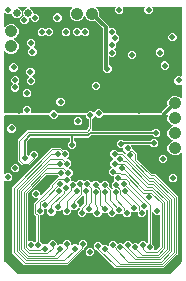
<source format=gbr>
G04 EAGLE Gerber RS-274X export*
G75*
%MOMM*%
%FSLAX34Y34*%
%LPD*%
%INCopper Layer 2*%
%IPPOS*%
%AMOC8*
5,1,8,0,0,1.08239X$1,22.5*%
G01*
%ADD10C,1.050000*%
%ADD11C,0.650000*%
%ADD12C,0.500000*%
%ADD13C,0.300000*%
%ADD14C,0.200000*%
%ADD15C,0.150000*%
%ADD16C,0.300000*%
%ADD17C,0.100000*%
%ADD18C,0.101600*%

G36*
X154446Y5264D02*
X154446Y5264D01*
X154454Y5263D01*
X154544Y5284D01*
X154635Y5302D01*
X154641Y5307D01*
X154649Y5309D01*
X154797Y5411D01*
X164589Y15203D01*
X164593Y15209D01*
X164599Y15214D01*
X164648Y15293D01*
X164700Y15370D01*
X164701Y15378D01*
X164705Y15384D01*
X164737Y15562D01*
X164737Y107823D01*
X164737Y107825D01*
X164737Y107828D01*
X164717Y107923D01*
X164698Y108019D01*
X164696Y108021D01*
X164696Y108024D01*
X164640Y108105D01*
X164585Y108185D01*
X164583Y108187D01*
X164581Y108189D01*
X164498Y108242D01*
X164417Y108294D01*
X164414Y108295D01*
X164412Y108296D01*
X164316Y108313D01*
X164220Y108330D01*
X164217Y108329D01*
X164215Y108330D01*
X164120Y108308D01*
X164024Y108286D01*
X164022Y108285D01*
X164019Y108284D01*
X163871Y108181D01*
X162541Y106851D01*
X162112Y106673D01*
X160887Y106166D01*
X160243Y105899D01*
X157757Y105899D01*
X155459Y106851D01*
X153701Y108609D01*
X152749Y110907D01*
X152749Y113393D01*
X153701Y115691D01*
X155459Y117449D01*
X156865Y118031D01*
X156867Y118033D01*
X156870Y118033D01*
X156950Y118088D01*
X157031Y118143D01*
X157033Y118145D01*
X157035Y118147D01*
X157088Y118229D01*
X157141Y118311D01*
X157142Y118313D01*
X157143Y118315D01*
X157160Y118411D01*
X157178Y118508D01*
X157177Y118510D01*
X157178Y118513D01*
X157156Y118609D01*
X157135Y118704D01*
X157134Y118706D01*
X157133Y118708D01*
X157076Y118789D01*
X157020Y118868D01*
X157018Y118869D01*
X157017Y118871D01*
X156865Y118969D01*
X155459Y119551D01*
X153701Y121309D01*
X152749Y123607D01*
X152749Y126093D01*
X153701Y128391D01*
X155459Y130149D01*
X156531Y130593D01*
X156865Y130731D01*
X156867Y130733D01*
X156870Y130733D01*
X156950Y130789D01*
X157031Y130843D01*
X157033Y130845D01*
X157035Y130847D01*
X157088Y130929D01*
X157141Y131011D01*
X157142Y131013D01*
X157143Y131015D01*
X157160Y131112D01*
X157178Y131208D01*
X157177Y131210D01*
X157178Y131213D01*
X157156Y131309D01*
X157135Y131404D01*
X157134Y131406D01*
X157133Y131408D01*
X157076Y131488D01*
X157020Y131568D01*
X157018Y131569D01*
X157017Y131571D01*
X156865Y131669D01*
X155459Y132251D01*
X153701Y134009D01*
X152749Y136307D01*
X152749Y138793D01*
X152962Y139306D01*
X152962Y139310D01*
X152964Y139313D01*
X152982Y139408D01*
X153000Y139503D01*
X152999Y139506D01*
X153000Y139510D01*
X152979Y139605D01*
X152960Y139699D01*
X152957Y139702D01*
X152956Y139706D01*
X152900Y139785D01*
X152846Y139864D01*
X152843Y139866D01*
X152840Y139869D01*
X152759Y139920D01*
X152677Y139973D01*
X152674Y139973D01*
X152670Y139975D01*
X152493Y140007D01*
X130168Y140007D01*
X130160Y140006D01*
X130152Y140007D01*
X130119Y139999D01*
X126876Y139999D01*
X126832Y140007D01*
X98168Y140007D01*
X98160Y140006D01*
X98153Y140007D01*
X98063Y139986D01*
X97972Y139968D01*
X97965Y139963D01*
X97957Y139961D01*
X97809Y139859D01*
X95950Y137999D01*
X93050Y137999D01*
X91867Y139183D01*
X91864Y139184D01*
X91863Y139186D01*
X91783Y139238D01*
X91700Y139294D01*
X91697Y139294D01*
X91695Y139295D01*
X91599Y139313D01*
X91503Y139331D01*
X91500Y139331D01*
X91498Y139331D01*
X91401Y139310D01*
X91307Y139290D01*
X91305Y139288D01*
X91302Y139287D01*
X91222Y139231D01*
X91142Y139175D01*
X91141Y139173D01*
X91139Y139171D01*
X91086Y139088D01*
X91035Y139006D01*
X91034Y139003D01*
X91033Y139001D01*
X91001Y138824D01*
X91001Y138550D01*
X89157Y136707D01*
X89153Y136700D01*
X89147Y136695D01*
X89098Y136617D01*
X89046Y136540D01*
X89045Y136532D01*
X89041Y136525D01*
X89009Y136348D01*
X89009Y128383D01*
X88492Y127867D01*
X88492Y127866D01*
X88491Y127865D01*
X88490Y127864D01*
X88489Y127863D01*
X88436Y127782D01*
X88381Y127700D01*
X88381Y127697D01*
X88379Y127695D01*
X88362Y127597D01*
X88344Y127503D01*
X88344Y127500D01*
X88344Y127498D01*
X88365Y127401D01*
X88385Y127307D01*
X88387Y127305D01*
X88387Y127302D01*
X88444Y127222D01*
X88500Y127142D01*
X88502Y127141D01*
X88503Y127139D01*
X88587Y127087D01*
X88669Y127035D01*
X88671Y127034D01*
X88674Y127033D01*
X88851Y127001D01*
X139840Y127001D01*
X139848Y127002D01*
X139855Y127001D01*
X139945Y127022D01*
X140036Y127040D01*
X140043Y127045D01*
X140051Y127047D01*
X140199Y127149D01*
X141550Y128501D01*
X144450Y128501D01*
X146501Y126450D01*
X146501Y123550D01*
X144450Y121499D01*
X141550Y121499D01*
X140199Y122851D01*
X140192Y122855D01*
X140187Y122861D01*
X140109Y122910D01*
X140032Y122962D01*
X140024Y122963D01*
X140017Y122967D01*
X139840Y122999D01*
X88539Y122999D01*
X88531Y122998D01*
X88523Y122999D01*
X88434Y122978D01*
X88342Y122960D01*
X88336Y122955D01*
X88328Y122953D01*
X88180Y122851D01*
X86329Y120999D01*
X74508Y120999D01*
X74503Y120998D01*
X74498Y120999D01*
X74405Y120978D01*
X74311Y120960D01*
X74307Y120957D01*
X74302Y120956D01*
X74224Y120900D01*
X74146Y120847D01*
X74143Y120843D01*
X74139Y120840D01*
X74088Y120758D01*
X74036Y120679D01*
X74036Y120674D01*
X74033Y120669D01*
X74001Y120492D01*
X74001Y118160D01*
X74002Y118152D01*
X74001Y118145D01*
X74022Y118055D01*
X74040Y117964D01*
X74045Y117957D01*
X74047Y117949D01*
X74149Y117801D01*
X75501Y116450D01*
X75501Y113550D01*
X73450Y111499D01*
X70550Y111499D01*
X68499Y113550D01*
X68499Y116450D01*
X69851Y117801D01*
X69855Y117808D01*
X69861Y117813D01*
X69910Y117891D01*
X69962Y117968D01*
X69963Y117976D01*
X69967Y117983D01*
X69999Y118160D01*
X69999Y120492D01*
X69998Y120497D01*
X69999Y120502D01*
X69978Y120595D01*
X69960Y120689D01*
X69957Y120693D01*
X69956Y120698D01*
X69900Y120776D01*
X69847Y120854D01*
X69843Y120857D01*
X69840Y120861D01*
X69758Y120912D01*
X69679Y120964D01*
X69674Y120964D01*
X69669Y120967D01*
X69492Y120999D01*
X37539Y120999D01*
X37531Y120998D01*
X37523Y120999D01*
X37434Y120978D01*
X37342Y120960D01*
X37336Y120955D01*
X37328Y120953D01*
X37180Y120851D01*
X34149Y117820D01*
X34145Y117813D01*
X34139Y117809D01*
X34090Y117730D01*
X34038Y117653D01*
X34037Y117645D01*
X34033Y117638D01*
X34001Y117461D01*
X34001Y107160D01*
X34002Y107152D01*
X34001Y107145D01*
X34022Y107055D01*
X34040Y106964D01*
X34045Y106957D01*
X34047Y106950D01*
X34149Y106801D01*
X35133Y105817D01*
X35136Y105816D01*
X35137Y105814D01*
X35218Y105761D01*
X35300Y105706D01*
X35303Y105706D01*
X35305Y105705D01*
X35401Y105687D01*
X35497Y105669D01*
X35500Y105669D01*
X35502Y105669D01*
X35599Y105690D01*
X35693Y105710D01*
X35695Y105712D01*
X35698Y105713D01*
X35778Y105769D01*
X35858Y105825D01*
X35859Y105827D01*
X35861Y105829D01*
X35913Y105912D01*
X35965Y105994D01*
X35966Y105997D01*
X35967Y105999D01*
X35999Y106176D01*
X35999Y107600D01*
X38050Y109651D01*
X40950Y109651D01*
X43001Y107600D01*
X43001Y104700D01*
X40950Y102649D01*
X40661Y102649D01*
X40653Y102648D01*
X40646Y102649D01*
X40556Y102628D01*
X40465Y102610D01*
X40458Y102605D01*
X40451Y102603D01*
X40303Y102501D01*
X36317Y98516D01*
X35285Y97483D01*
X29715Y97483D01*
X25983Y101215D01*
X25983Y119164D01*
X33304Y126484D01*
X34336Y127517D01*
X83665Y127517D01*
X83673Y127518D01*
X83680Y127517D01*
X83770Y127538D01*
X83861Y127556D01*
X83868Y127561D01*
X83876Y127563D01*
X84024Y127665D01*
X85843Y129484D01*
X85847Y129491D01*
X85853Y129495D01*
X85902Y129574D01*
X85954Y129651D01*
X85955Y129659D01*
X85959Y129666D01*
X85991Y129843D01*
X85991Y136348D01*
X85990Y136356D01*
X85991Y136363D01*
X85970Y136453D01*
X85952Y136544D01*
X85947Y136551D01*
X85945Y136559D01*
X85843Y136707D01*
X83999Y138550D01*
X83999Y139500D01*
X83998Y139505D01*
X83999Y139510D01*
X83978Y139603D01*
X83960Y139697D01*
X83957Y139701D01*
X83956Y139706D01*
X83900Y139784D01*
X83847Y139862D01*
X83843Y139865D01*
X83840Y139869D01*
X83758Y139920D01*
X83679Y139972D01*
X83674Y139972D01*
X83669Y139975D01*
X83492Y140007D01*
X60508Y140007D01*
X60503Y140006D01*
X60498Y140007D01*
X60405Y139986D01*
X60311Y139968D01*
X60307Y139965D01*
X60302Y139964D01*
X60224Y139908D01*
X60146Y139855D01*
X60143Y139851D01*
X60139Y139848D01*
X60088Y139766D01*
X60036Y139687D01*
X60036Y139682D01*
X60033Y139677D01*
X60001Y139500D01*
X60001Y139050D01*
X57950Y136999D01*
X55050Y136999D01*
X52999Y139050D01*
X52999Y139500D01*
X52998Y139505D01*
X52999Y139510D01*
X52978Y139603D01*
X52960Y139697D01*
X52957Y139701D01*
X52956Y139706D01*
X52900Y139784D01*
X52847Y139862D01*
X52843Y139865D01*
X52840Y139869D01*
X52758Y139920D01*
X52679Y139972D01*
X52674Y139972D01*
X52669Y139975D01*
X52492Y140007D01*
X29168Y140007D01*
X29160Y140006D01*
X29152Y140007D01*
X29119Y139999D01*
X25876Y139999D01*
X25832Y140007D01*
X15270Y140007D01*
X15265Y140006D01*
X15260Y140007D01*
X15167Y139986D01*
X15073Y139968D01*
X15069Y139965D01*
X15064Y139964D01*
X14986Y139908D01*
X14908Y139855D01*
X14905Y139851D01*
X14901Y139848D01*
X14850Y139766D01*
X14798Y139687D01*
X14798Y139682D01*
X14795Y139677D01*
X14763Y139500D01*
X14763Y90741D01*
X14763Y90739D01*
X14763Y90736D01*
X14783Y90641D01*
X14802Y90545D01*
X14804Y90543D01*
X14804Y90540D01*
X14860Y90460D01*
X14915Y90379D01*
X14917Y90378D01*
X14919Y90376D01*
X15002Y90322D01*
X15083Y90270D01*
X15086Y90269D01*
X15088Y90268D01*
X15184Y90252D01*
X15280Y90234D01*
X15283Y90235D01*
X15285Y90234D01*
X15380Y90256D01*
X15476Y90278D01*
X15478Y90279D01*
X15481Y90280D01*
X15629Y90383D01*
X16247Y91001D01*
X19147Y91001D01*
X21197Y88950D01*
X21197Y86050D01*
X19147Y83999D01*
X16247Y83999D01*
X15629Y84617D01*
X15626Y84619D01*
X15625Y84621D01*
X15545Y84673D01*
X15462Y84728D01*
X15459Y84729D01*
X15457Y84730D01*
X15361Y84747D01*
X15265Y84766D01*
X15262Y84765D01*
X15260Y84766D01*
X15163Y84744D01*
X15069Y84724D01*
X15067Y84723D01*
X15064Y84722D01*
X14984Y84666D01*
X14904Y84610D01*
X14903Y84608D01*
X14901Y84606D01*
X14849Y84523D01*
X14797Y84441D01*
X14796Y84438D01*
X14795Y84436D01*
X14763Y84259D01*
X14763Y15693D01*
X14767Y15670D01*
X14765Y15648D01*
X14787Y15573D01*
X14802Y15496D01*
X14815Y15477D01*
X14822Y15456D01*
X14884Y15376D01*
X14915Y15331D01*
X14925Y15324D01*
X14933Y15314D01*
X26096Y5391D01*
X26177Y5344D01*
X26256Y5295D01*
X26264Y5293D01*
X26270Y5290D01*
X26317Y5284D01*
X26433Y5263D01*
X154438Y5263D01*
X154446Y5264D01*
G37*
G36*
X30334Y141993D02*
X30334Y141993D01*
X30337Y141993D01*
X30433Y142013D01*
X30528Y142032D01*
X30531Y142034D01*
X30533Y142034D01*
X30613Y142090D01*
X30694Y142145D01*
X30696Y142147D01*
X30698Y142149D01*
X30751Y142232D01*
X30803Y142313D01*
X30804Y142316D01*
X30805Y142318D01*
X30822Y142414D01*
X30839Y142510D01*
X30838Y142513D01*
X30839Y142516D01*
X30817Y142608D01*
X30795Y142706D01*
X30794Y142708D01*
X30793Y142711D01*
X30691Y142859D01*
X30499Y143050D01*
X30499Y145950D01*
X32550Y148001D01*
X35450Y148001D01*
X37501Y145950D01*
X37501Y143050D01*
X37309Y142859D01*
X37308Y142857D01*
X37306Y142855D01*
X37253Y142774D01*
X37199Y142692D01*
X37198Y142689D01*
X37197Y142687D01*
X37179Y142592D01*
X37161Y142495D01*
X37161Y142492D01*
X37161Y142490D01*
X37183Y142393D01*
X37203Y142299D01*
X37204Y142297D01*
X37205Y142294D01*
X37262Y142213D01*
X37317Y142134D01*
X37319Y142133D01*
X37321Y142131D01*
X37405Y142078D01*
X37486Y142027D01*
X37489Y142026D01*
X37491Y142025D01*
X37668Y141993D01*
X52832Y141993D01*
X52840Y141994D01*
X52847Y141993D01*
X52937Y142014D01*
X53028Y142032D01*
X53035Y142037D01*
X53043Y142039D01*
X53191Y142141D01*
X55050Y144001D01*
X57950Y144001D01*
X59809Y142141D01*
X59816Y142137D01*
X59821Y142131D01*
X59899Y142082D01*
X59976Y142030D01*
X59984Y142029D01*
X59991Y142025D01*
X60168Y141993D01*
X84332Y141993D01*
X84340Y141994D01*
X84347Y141993D01*
X84437Y142014D01*
X84528Y142032D01*
X84535Y142037D01*
X84543Y142039D01*
X84691Y142141D01*
X86050Y143501D01*
X88950Y143501D01*
X90133Y142317D01*
X90136Y142316D01*
X90137Y142314D01*
X90217Y142262D01*
X90300Y142206D01*
X90303Y142206D01*
X90305Y142205D01*
X90401Y142187D01*
X90497Y142169D01*
X90500Y142169D01*
X90502Y142169D01*
X90599Y142190D01*
X90693Y142210D01*
X90695Y142212D01*
X90698Y142213D01*
X90778Y142269D01*
X90858Y142325D01*
X90859Y142327D01*
X90861Y142329D01*
X90914Y142412D01*
X90965Y142494D01*
X90966Y142497D01*
X90967Y142499D01*
X90999Y142676D01*
X90999Y142950D01*
X93050Y145001D01*
X95950Y145001D01*
X98001Y142950D01*
X98001Y142500D01*
X98002Y142495D01*
X98001Y142490D01*
X98022Y142397D01*
X98040Y142304D01*
X98043Y142299D01*
X98044Y142294D01*
X98100Y142216D01*
X98153Y142138D01*
X98157Y142135D01*
X98160Y142131D01*
X98242Y142080D01*
X98321Y142028D01*
X98326Y142028D01*
X98331Y142025D01*
X98508Y141993D01*
X147317Y141993D01*
X147325Y141994D01*
X147333Y141993D01*
X147423Y142014D01*
X147514Y142032D01*
X147520Y142037D01*
X147528Y142039D01*
X147676Y142141D01*
X148351Y142816D01*
X148355Y142823D01*
X148361Y142827D01*
X148410Y142906D01*
X148462Y142983D01*
X148463Y142991D01*
X148467Y142998D01*
X148499Y143175D01*
X148499Y143286D01*
X152940Y147727D01*
X152944Y147732D01*
X152949Y147736D01*
X152999Y147816D01*
X153051Y147894D01*
X153053Y147900D01*
X153056Y147906D01*
X153071Y147999D01*
X153089Y148091D01*
X153088Y148097D01*
X153089Y148104D01*
X153050Y148280D01*
X152749Y149007D01*
X152749Y151493D01*
X153701Y153791D01*
X155459Y155549D01*
X155891Y155728D01*
X157116Y156235D01*
X157757Y156501D01*
X160243Y156501D01*
X162541Y155549D01*
X163871Y154219D01*
X163874Y154217D01*
X163875Y154215D01*
X163955Y154163D01*
X164038Y154108D01*
X164041Y154107D01*
X164043Y154106D01*
X164139Y154088D01*
X164235Y154070D01*
X164238Y154071D01*
X164240Y154070D01*
X164337Y154092D01*
X164431Y154112D01*
X164433Y154113D01*
X164436Y154114D01*
X164516Y154170D01*
X164596Y154226D01*
X164597Y154228D01*
X164599Y154230D01*
X164652Y154314D01*
X164703Y154395D01*
X164704Y154398D01*
X164705Y154400D01*
X164737Y154577D01*
X164737Y165728D01*
X164737Y165730D01*
X164737Y165733D01*
X164717Y165829D01*
X164698Y165924D01*
X164696Y165927D01*
X164696Y165929D01*
X164640Y166010D01*
X164585Y166090D01*
X164583Y166092D01*
X164581Y166094D01*
X164498Y166147D01*
X164417Y166199D01*
X164414Y166200D01*
X164412Y166201D01*
X164316Y166218D01*
X164220Y166235D01*
X164217Y166234D01*
X164215Y166235D01*
X164122Y166213D01*
X164024Y166191D01*
X164022Y166190D01*
X164019Y166189D01*
X163871Y166087D01*
X163670Y165886D01*
X160770Y165886D01*
X158720Y167936D01*
X158720Y170836D01*
X160770Y172887D01*
X163670Y172887D01*
X163871Y172686D01*
X163874Y172685D01*
X163875Y172682D01*
X163956Y172630D01*
X164038Y172575D01*
X164041Y172575D01*
X164043Y172573D01*
X164139Y172556D01*
X164235Y172538D01*
X164238Y172538D01*
X164240Y172538D01*
X164337Y172559D01*
X164431Y172579D01*
X164433Y172581D01*
X164436Y172581D01*
X164517Y172639D01*
X164596Y172693D01*
X164597Y172696D01*
X164599Y172697D01*
X164652Y172781D01*
X164703Y172863D01*
X164704Y172865D01*
X164705Y172867D01*
X164737Y173045D01*
X164737Y231230D01*
X164736Y231235D01*
X164737Y231240D01*
X164716Y231333D01*
X164698Y231427D01*
X164695Y231431D01*
X164694Y231436D01*
X164638Y231514D01*
X164585Y231592D01*
X164581Y231595D01*
X164578Y231599D01*
X164496Y231650D01*
X164417Y231702D01*
X164412Y231702D01*
X164407Y231705D01*
X164230Y231737D01*
X140176Y231737D01*
X140174Y231737D01*
X140171Y231737D01*
X140076Y231717D01*
X139980Y231698D01*
X139977Y231696D01*
X139975Y231696D01*
X139894Y231640D01*
X139814Y231585D01*
X139812Y231583D01*
X139810Y231581D01*
X139757Y231498D01*
X139705Y231417D01*
X139704Y231414D01*
X139703Y231412D01*
X139686Y231316D01*
X139669Y231220D01*
X139670Y231217D01*
X139669Y231215D01*
X139691Y231120D01*
X139713Y231024D01*
X139714Y231022D01*
X139715Y231019D01*
X139817Y230871D01*
X140251Y230438D01*
X140251Y227538D01*
X138200Y225487D01*
X135300Y225487D01*
X133249Y227538D01*
X133249Y230438D01*
X133683Y230871D01*
X133684Y230874D01*
X133686Y230875D01*
X133739Y230956D01*
X133794Y231038D01*
X133794Y231041D01*
X133795Y231043D01*
X133813Y231139D01*
X133831Y231235D01*
X133831Y231238D01*
X133831Y231240D01*
X133809Y231337D01*
X133790Y231431D01*
X133788Y231433D01*
X133787Y231436D01*
X133730Y231516D01*
X133675Y231596D01*
X133673Y231597D01*
X133671Y231599D01*
X133588Y231651D01*
X133506Y231703D01*
X133503Y231704D01*
X133501Y231705D01*
X133324Y231737D01*
X115426Y231737D01*
X115424Y231737D01*
X115421Y231737D01*
X115326Y231717D01*
X115230Y231698D01*
X115227Y231696D01*
X115225Y231696D01*
X115144Y231640D01*
X115064Y231585D01*
X115062Y231583D01*
X115060Y231581D01*
X115007Y231498D01*
X114955Y231417D01*
X114954Y231414D01*
X114953Y231412D01*
X114936Y231316D01*
X114919Y231220D01*
X114920Y231217D01*
X114919Y231215D01*
X114941Y231120D01*
X114963Y231024D01*
X114964Y231022D01*
X114965Y231019D01*
X115067Y230871D01*
X115501Y230438D01*
X115501Y227538D01*
X113450Y225487D01*
X110550Y225487D01*
X108499Y227538D01*
X108499Y230438D01*
X108933Y230871D01*
X108934Y230874D01*
X108936Y230875D01*
X108989Y230956D01*
X109044Y231038D01*
X109044Y231041D01*
X109045Y231043D01*
X109063Y231139D01*
X109081Y231235D01*
X109081Y231238D01*
X109081Y231240D01*
X109059Y231337D01*
X109040Y231431D01*
X109038Y231433D01*
X109037Y231436D01*
X108980Y231516D01*
X108925Y231596D01*
X108923Y231597D01*
X108921Y231599D01*
X108838Y231651D01*
X108756Y231703D01*
X108753Y231704D01*
X108751Y231705D01*
X108574Y231737D01*
X93177Y231737D01*
X93175Y231737D01*
X93172Y231737D01*
X93077Y231717D01*
X92981Y231698D01*
X92979Y231696D01*
X92976Y231696D01*
X92895Y231640D01*
X92815Y231585D01*
X92813Y231583D01*
X92811Y231581D01*
X92758Y231498D01*
X92706Y231417D01*
X92705Y231414D01*
X92704Y231412D01*
X92687Y231316D01*
X92670Y231220D01*
X92671Y231217D01*
X92670Y231215D01*
X92692Y231120D01*
X92714Y231024D01*
X92715Y231022D01*
X92716Y231019D01*
X92819Y230871D01*
X94149Y229541D01*
X95101Y227243D01*
X95101Y224757D01*
X94800Y224030D01*
X94798Y224023D01*
X94795Y224018D01*
X94779Y223925D01*
X94761Y223833D01*
X94762Y223827D01*
X94761Y223820D01*
X94782Y223729D01*
X94802Y223637D01*
X94805Y223631D01*
X94807Y223625D01*
X94910Y223477D01*
X101387Y216999D01*
X103001Y215386D01*
X103001Y213954D01*
X103001Y213952D01*
X103001Y213949D01*
X103021Y213854D01*
X103040Y213758D01*
X103042Y213756D01*
X103042Y213753D01*
X103098Y213672D01*
X103153Y213592D01*
X103155Y213591D01*
X103157Y213588D01*
X103240Y213535D01*
X103321Y213483D01*
X103324Y213482D01*
X103326Y213481D01*
X103422Y213465D01*
X103518Y213447D01*
X103521Y213448D01*
X103523Y213447D01*
X103618Y213469D01*
X103714Y213491D01*
X103716Y213492D01*
X103719Y213493D01*
X103867Y213596D01*
X104300Y214029D01*
X107200Y214029D01*
X109251Y211978D01*
X109251Y209008D01*
X109252Y209003D01*
X109251Y208998D01*
X109272Y208905D01*
X109290Y208811D01*
X109293Y208807D01*
X109294Y208802D01*
X109350Y208724D01*
X109403Y208646D01*
X109407Y208643D01*
X109410Y208639D01*
X109492Y208588D01*
X109571Y208536D01*
X109576Y208536D01*
X109581Y208533D01*
X109758Y208501D01*
X109950Y208501D01*
X112001Y206450D01*
X112001Y203550D01*
X109950Y201499D01*
X109676Y201499D01*
X109674Y201499D01*
X109671Y201499D01*
X109575Y201479D01*
X109480Y201460D01*
X109477Y201458D01*
X109475Y201458D01*
X109394Y201402D01*
X109314Y201347D01*
X109312Y201345D01*
X109310Y201343D01*
X109257Y201260D01*
X109205Y201179D01*
X109204Y201176D01*
X109203Y201174D01*
X109186Y201078D01*
X109169Y200982D01*
X109170Y200979D01*
X109169Y200977D01*
X109191Y200884D01*
X109213Y200786D01*
X109214Y200784D01*
X109215Y200781D01*
X109317Y200633D01*
X109501Y200450D01*
X109501Y197550D01*
X108059Y196109D01*
X108057Y196104D01*
X108052Y196101D01*
X108001Y196021D01*
X107949Y195942D01*
X107948Y195937D01*
X107945Y195932D01*
X107929Y195838D01*
X107911Y195745D01*
X107912Y195740D01*
X107911Y195735D01*
X107933Y195642D01*
X107953Y195549D01*
X107956Y195544D01*
X107957Y195539D01*
X108059Y195391D01*
X109001Y194450D01*
X109001Y191550D01*
X106950Y189499D01*
X104050Y189499D01*
X103867Y189683D01*
X103864Y189684D01*
X103863Y189686D01*
X103782Y189739D01*
X103700Y189794D01*
X103697Y189794D01*
X103695Y189795D01*
X103599Y189813D01*
X103503Y189831D01*
X103500Y189831D01*
X103498Y189831D01*
X103401Y189809D01*
X103307Y189790D01*
X103305Y189788D01*
X103302Y189787D01*
X103221Y189730D01*
X103142Y189675D01*
X103141Y189673D01*
X103139Y189671D01*
X103086Y189587D01*
X103035Y189506D01*
X103034Y189503D01*
X103033Y189501D01*
X103001Y189324D01*
X103001Y183008D01*
X103002Y183003D01*
X103001Y182998D01*
X103022Y182905D01*
X103040Y182811D01*
X103043Y182807D01*
X103044Y182802D01*
X103100Y182724D01*
X103153Y182646D01*
X103157Y182643D01*
X103160Y182639D01*
X103242Y182588D01*
X103321Y182536D01*
X103326Y182536D01*
X103331Y182533D01*
X103437Y182513D01*
X105501Y180450D01*
X105501Y177550D01*
X103450Y175499D01*
X100550Y175499D01*
X99699Y176351D01*
X99692Y176355D01*
X99687Y176361D01*
X99609Y176410D01*
X99532Y176462D01*
X99524Y176463D01*
X99517Y176467D01*
X99492Y176472D01*
X97999Y177964D01*
X97999Y213104D01*
X97998Y213112D01*
X97999Y213120D01*
X97978Y213209D01*
X97960Y213301D01*
X97955Y213307D01*
X97953Y213315D01*
X97851Y213463D01*
X91373Y219940D01*
X91368Y219944D01*
X91364Y219949D01*
X91284Y219999D01*
X91206Y220051D01*
X91200Y220053D01*
X91194Y220056D01*
X91101Y220071D01*
X91009Y220089D01*
X91003Y220088D01*
X90996Y220089D01*
X90820Y220050D01*
X90093Y219749D01*
X87607Y219749D01*
X85309Y220701D01*
X83551Y222459D01*
X82969Y223865D01*
X82968Y223866D01*
X82967Y223867D01*
X82967Y223870D01*
X82911Y223950D01*
X82857Y224031D01*
X82855Y224033D01*
X82853Y224035D01*
X82771Y224088D01*
X82689Y224141D01*
X82687Y224142D01*
X82685Y224143D01*
X82588Y224160D01*
X82492Y224178D01*
X82490Y224177D01*
X82487Y224178D01*
X82391Y224156D01*
X82296Y224135D01*
X82294Y224134D01*
X82292Y224133D01*
X82212Y224076D01*
X82132Y224020D01*
X82131Y224018D01*
X82129Y224017D01*
X82031Y223865D01*
X81449Y222459D01*
X79691Y220701D01*
X79392Y220577D01*
X79391Y220577D01*
X78167Y220070D01*
X77393Y219749D01*
X74907Y219749D01*
X72609Y220701D01*
X70851Y222459D01*
X69899Y224757D01*
X69899Y227243D01*
X70851Y229541D01*
X72181Y230871D01*
X72183Y230874D01*
X72185Y230875D01*
X72237Y230955D01*
X72292Y231038D01*
X72293Y231041D01*
X72294Y231043D01*
X72312Y231139D01*
X72330Y231235D01*
X72329Y231238D01*
X72330Y231240D01*
X72308Y231337D01*
X72288Y231431D01*
X72287Y231433D01*
X72286Y231436D01*
X72230Y231516D01*
X72174Y231596D01*
X72172Y231597D01*
X72170Y231599D01*
X72086Y231652D01*
X72005Y231703D01*
X72002Y231704D01*
X72000Y231705D01*
X71823Y231737D01*
X36999Y231737D01*
X36996Y231737D01*
X36994Y231737D01*
X36899Y231717D01*
X36802Y231698D01*
X36800Y231696D01*
X36798Y231696D01*
X36717Y231640D01*
X36636Y231585D01*
X36635Y231583D01*
X36633Y231581D01*
X36580Y231498D01*
X36527Y231417D01*
X36527Y231414D01*
X36525Y231412D01*
X36509Y231316D01*
X36492Y231220D01*
X36492Y231217D01*
X36492Y231215D01*
X36514Y231120D01*
X36535Y231024D01*
X36537Y231022D01*
X36537Y231019D01*
X36640Y230871D01*
X39251Y228261D01*
X39251Y226508D01*
X39252Y226503D01*
X39251Y226498D01*
X39272Y226405D01*
X39290Y226311D01*
X39293Y226307D01*
X39294Y226302D01*
X39350Y226224D01*
X39403Y226146D01*
X39407Y226143D01*
X39410Y226139D01*
X39492Y226088D01*
X39571Y226036D01*
X39576Y226036D01*
X39581Y226033D01*
X39758Y226001D01*
X41950Y226001D01*
X44001Y223950D01*
X44001Y221050D01*
X41950Y218999D01*
X39050Y218999D01*
X36999Y221050D01*
X36999Y221742D01*
X36998Y221747D01*
X36999Y221752D01*
X36978Y221845D01*
X36960Y221939D01*
X36957Y221943D01*
X36956Y221948D01*
X36900Y222026D01*
X36847Y222104D01*
X36843Y222107D01*
X36840Y222111D01*
X36758Y222162D01*
X36679Y222214D01*
X36674Y222214D01*
X36669Y222217D01*
X36492Y222249D01*
X35710Y222249D01*
X35705Y222248D01*
X35700Y222249D01*
X35606Y222228D01*
X35513Y222210D01*
X35509Y222207D01*
X35504Y222206D01*
X35426Y222150D01*
X35348Y222097D01*
X35345Y222093D01*
X35340Y222090D01*
X35290Y222008D01*
X35238Y221929D01*
X35237Y221924D01*
X35235Y221919D01*
X35203Y221742D01*
X35203Y218848D01*
X33152Y216797D01*
X30252Y216797D01*
X28201Y218848D01*
X28201Y221748D01*
X30252Y223799D01*
X30465Y223799D01*
X30468Y223799D01*
X30470Y223799D01*
X30564Y223819D01*
X30662Y223838D01*
X30664Y223840D01*
X30666Y223840D01*
X30746Y223896D01*
X30827Y223951D01*
X30829Y223953D01*
X30831Y223955D01*
X30884Y224038D01*
X30937Y224119D01*
X30937Y224122D01*
X30939Y224124D01*
X30955Y224220D01*
X30972Y224316D01*
X30972Y224319D01*
X30972Y224322D01*
X30950Y224415D01*
X30929Y224512D01*
X30927Y224514D01*
X30927Y224517D01*
X30824Y224665D01*
X30749Y224739D01*
X30749Y228261D01*
X33360Y230871D01*
X33361Y230874D01*
X33364Y230875D01*
X33416Y230956D01*
X33471Y231038D01*
X33471Y231041D01*
X33473Y231043D01*
X33490Y231139D01*
X33508Y231235D01*
X33508Y231238D01*
X33508Y231240D01*
X33487Y231337D01*
X33467Y231431D01*
X33465Y231433D01*
X33465Y231436D01*
X33408Y231516D01*
X33353Y231596D01*
X33350Y231597D01*
X33349Y231599D01*
X33266Y231651D01*
X33183Y231703D01*
X33181Y231704D01*
X33179Y231705D01*
X33001Y231737D01*
X26999Y231737D01*
X26996Y231737D01*
X26994Y231737D01*
X26899Y231717D01*
X26802Y231698D01*
X26800Y231696D01*
X26798Y231696D01*
X26717Y231640D01*
X26636Y231585D01*
X26635Y231583D01*
X26633Y231581D01*
X26580Y231498D01*
X26527Y231417D01*
X26527Y231414D01*
X26525Y231412D01*
X26509Y231316D01*
X26492Y231220D01*
X26492Y231217D01*
X26492Y231215D01*
X26514Y231120D01*
X26535Y231024D01*
X26537Y231022D01*
X26537Y231019D01*
X26640Y230871D01*
X29251Y228261D01*
X29251Y224739D01*
X26761Y222249D01*
X23239Y222249D01*
X20749Y224739D01*
X20749Y225562D01*
X20749Y225564D01*
X20749Y225567D01*
X20729Y225662D01*
X20710Y225758D01*
X20708Y225761D01*
X20708Y225763D01*
X20652Y225844D01*
X20597Y225924D01*
X20595Y225926D01*
X20593Y225928D01*
X20510Y225981D01*
X20429Y226033D01*
X20426Y226034D01*
X20424Y226035D01*
X20328Y226052D01*
X20232Y226069D01*
X20229Y226068D01*
X20227Y226069D01*
X20132Y226047D01*
X20036Y226025D01*
X20034Y226024D01*
X20031Y226023D01*
X19883Y225921D01*
X19462Y225499D01*
X16562Y225499D01*
X15629Y226433D01*
X15626Y226434D01*
X15625Y226436D01*
X15545Y226488D01*
X15462Y226544D01*
X15459Y226544D01*
X15457Y226545D01*
X15361Y226563D01*
X15265Y226581D01*
X15262Y226581D01*
X15260Y226581D01*
X15163Y226560D01*
X15069Y226540D01*
X15067Y226538D01*
X15064Y226537D01*
X14984Y226481D01*
X14904Y226425D01*
X14903Y226423D01*
X14901Y226421D01*
X14849Y226338D01*
X14797Y226256D01*
X14796Y226253D01*
X14795Y226251D01*
X14763Y226074D01*
X14763Y215177D01*
X14763Y215175D01*
X14763Y215172D01*
X14783Y215076D01*
X14802Y214981D01*
X14804Y214979D01*
X14804Y214976D01*
X14860Y214895D01*
X14915Y214815D01*
X14917Y214813D01*
X14919Y214811D01*
X15002Y214758D01*
X15083Y214706D01*
X15086Y214705D01*
X15088Y214704D01*
X15184Y214687D01*
X15280Y214670D01*
X15283Y214671D01*
X15285Y214670D01*
X15380Y214692D01*
X15476Y214714D01*
X15478Y214715D01*
X15481Y214716D01*
X15629Y214819D01*
X16959Y216149D01*
X18043Y216598D01*
X19257Y217101D01*
X21743Y217101D01*
X24041Y216149D01*
X25799Y214391D01*
X26751Y212093D01*
X26751Y209607D01*
X25799Y207309D01*
X24041Y205551D01*
X22635Y204969D01*
X22633Y204967D01*
X22630Y204967D01*
X22550Y204912D01*
X22469Y204857D01*
X22467Y204855D01*
X22465Y204853D01*
X22412Y204771D01*
X22359Y204689D01*
X22358Y204687D01*
X22357Y204685D01*
X22340Y204588D01*
X22322Y204492D01*
X22323Y204490D01*
X22322Y204487D01*
X22344Y204391D01*
X22365Y204296D01*
X22366Y204294D01*
X22367Y204292D01*
X22424Y204211D01*
X22480Y204132D01*
X22482Y204131D01*
X22483Y204129D01*
X22635Y204031D01*
X24041Y203449D01*
X25799Y201691D01*
X26751Y199393D01*
X26751Y196907D01*
X25799Y194609D01*
X24041Y192851D01*
X23624Y192678D01*
X22399Y192171D01*
X21743Y191899D01*
X19257Y191899D01*
X16959Y192851D01*
X15629Y194181D01*
X15626Y194183D01*
X15625Y194185D01*
X15545Y194237D01*
X15462Y194292D01*
X15459Y194293D01*
X15457Y194294D01*
X15361Y194312D01*
X15265Y194330D01*
X15262Y194329D01*
X15260Y194330D01*
X15163Y194308D01*
X15069Y194288D01*
X15067Y194287D01*
X15064Y194286D01*
X14984Y194230D01*
X14904Y194174D01*
X14903Y194172D01*
X14901Y194170D01*
X14848Y194086D01*
X14797Y194005D01*
X14796Y194002D01*
X14795Y194000D01*
X14763Y193823D01*
X14763Y142500D01*
X14764Y142495D01*
X14763Y142490D01*
X14784Y142397D01*
X14802Y142304D01*
X14805Y142299D01*
X14806Y142294D01*
X14862Y142216D01*
X14915Y142138D01*
X14919Y142135D01*
X14922Y142131D01*
X15004Y142080D01*
X15083Y142028D01*
X15088Y142028D01*
X15093Y142025D01*
X15270Y141993D01*
X30332Y141993D01*
X30334Y141993D01*
G37*
%LPC*%
G36*
X108238Y10483D02*
X108238Y10483D01*
X93370Y25351D01*
X93364Y25355D01*
X93359Y25361D01*
X93280Y25410D01*
X93203Y25462D01*
X93195Y25463D01*
X93189Y25467D01*
X93011Y25499D01*
X92550Y25499D01*
X90499Y27550D01*
X90499Y30450D01*
X92550Y32501D01*
X95450Y32501D01*
X97501Y30450D01*
X97501Y30176D01*
X97501Y30174D01*
X97501Y30171D01*
X97521Y30075D01*
X97540Y29980D01*
X97542Y29977D01*
X97542Y29975D01*
X97598Y29894D01*
X97653Y29814D01*
X97655Y29812D01*
X97657Y29810D01*
X97740Y29757D01*
X97821Y29705D01*
X97824Y29704D01*
X97826Y29703D01*
X97922Y29686D01*
X98018Y29669D01*
X98021Y29670D01*
X98023Y29669D01*
X98116Y29691D01*
X98214Y29713D01*
X98216Y29714D01*
X98219Y29715D01*
X98367Y29817D01*
X98550Y30001D01*
X101450Y30001D01*
X102133Y29317D01*
X102136Y29316D01*
X102137Y29314D01*
X102217Y29262D01*
X102300Y29206D01*
X102303Y29206D01*
X102305Y29205D01*
X102401Y29187D01*
X102497Y29169D01*
X102500Y29169D01*
X102502Y29169D01*
X102599Y29190D01*
X102693Y29210D01*
X102695Y29212D01*
X102698Y29213D01*
X102778Y29269D01*
X102858Y29325D01*
X102859Y29327D01*
X102861Y29329D01*
X102913Y29412D01*
X102965Y29494D01*
X102966Y29497D01*
X102967Y29499D01*
X102999Y29676D01*
X102999Y31450D01*
X105050Y33501D01*
X107950Y33501D01*
X110001Y31450D01*
X110001Y31176D01*
X110001Y31174D01*
X110001Y31171D01*
X110021Y31076D01*
X110040Y30980D01*
X110042Y30977D01*
X110042Y30975D01*
X110098Y30894D01*
X110153Y30814D01*
X110155Y30812D01*
X110157Y30810D01*
X110240Y30757D01*
X110321Y30705D01*
X110324Y30704D01*
X110326Y30703D01*
X110422Y30686D01*
X110518Y30669D01*
X110521Y30670D01*
X110523Y30669D01*
X110618Y30691D01*
X110714Y30713D01*
X110716Y30714D01*
X110719Y30715D01*
X110867Y30817D01*
X111550Y31501D01*
X114450Y31501D01*
X114641Y31309D01*
X114646Y31307D01*
X114649Y31302D01*
X114729Y31251D01*
X114808Y31199D01*
X114813Y31198D01*
X114818Y31195D01*
X114911Y31179D01*
X115005Y31161D01*
X115010Y31162D01*
X115015Y31161D01*
X115108Y31183D01*
X115201Y31203D01*
X115205Y31205D01*
X115211Y31207D01*
X115359Y31309D01*
X117550Y33501D01*
X120450Y33501D01*
X122501Y31450D01*
X122501Y31176D01*
X122501Y31174D01*
X122501Y31171D01*
X122521Y31076D01*
X122540Y30980D01*
X122542Y30977D01*
X122542Y30975D01*
X122598Y30894D01*
X122653Y30814D01*
X122655Y30812D01*
X122657Y30810D01*
X122740Y30757D01*
X122821Y30705D01*
X122824Y30704D01*
X122826Y30703D01*
X122922Y30686D01*
X123018Y30669D01*
X123021Y30670D01*
X123023Y30669D01*
X123118Y30691D01*
X123214Y30713D01*
X123216Y30714D01*
X123219Y30715D01*
X123367Y30817D01*
X124050Y31501D01*
X126950Y31501D01*
X127633Y30817D01*
X127636Y30816D01*
X127637Y30814D01*
X127717Y30762D01*
X127800Y30706D01*
X127803Y30706D01*
X127805Y30705D01*
X127901Y30687D01*
X127997Y30669D01*
X128000Y30669D01*
X128002Y30669D01*
X128099Y30690D01*
X128193Y30710D01*
X128195Y30712D01*
X128198Y30713D01*
X128278Y30769D01*
X128358Y30825D01*
X128359Y30827D01*
X128361Y30829D01*
X128413Y30912D01*
X128465Y30994D01*
X128466Y30997D01*
X128467Y30999D01*
X128499Y31176D01*
X128499Y31450D01*
X130550Y33501D01*
X133450Y33501D01*
X135625Y31325D01*
X135628Y31324D01*
X135629Y31322D01*
X135710Y31269D01*
X135792Y31214D01*
X135795Y31214D01*
X135797Y31213D01*
X135893Y31195D01*
X135989Y31177D01*
X135992Y31177D01*
X135994Y31177D01*
X136091Y31198D01*
X136185Y31218D01*
X136187Y31220D01*
X136190Y31221D01*
X136270Y31277D01*
X136350Y31333D01*
X136351Y31335D01*
X136353Y31337D01*
X136405Y31419D01*
X136457Y31502D01*
X136458Y31505D01*
X136459Y31507D01*
X136491Y31684D01*
X136491Y60316D01*
X136491Y60318D01*
X136491Y60321D01*
X136471Y60415D01*
X136452Y60512D01*
X136450Y60515D01*
X136450Y60517D01*
X136394Y60598D01*
X136339Y60678D01*
X136337Y60680D01*
X136335Y60682D01*
X136252Y60735D01*
X136171Y60787D01*
X136168Y60788D01*
X136166Y60789D01*
X136070Y60806D01*
X135974Y60823D01*
X135971Y60822D01*
X135969Y60823D01*
X135874Y60801D01*
X135778Y60779D01*
X135776Y60778D01*
X135773Y60777D01*
X135625Y60675D01*
X134309Y59359D01*
X134307Y59354D01*
X134302Y59351D01*
X134251Y59271D01*
X134199Y59192D01*
X134198Y59187D01*
X134195Y59182D01*
X134179Y59088D01*
X134161Y58995D01*
X134162Y58990D01*
X134161Y58984D01*
X134183Y58893D01*
X134203Y58799D01*
X134206Y58794D01*
X134207Y58789D01*
X134309Y58641D01*
X134501Y58450D01*
X134501Y55550D01*
X132450Y53499D01*
X129550Y53499D01*
X127499Y55550D01*
X127499Y58168D01*
X127498Y58176D01*
X127499Y58184D01*
X127478Y58274D01*
X127460Y58365D01*
X127455Y58371D01*
X127453Y58379D01*
X127351Y58527D01*
X127273Y58605D01*
X127269Y58608D01*
X127266Y58612D01*
X127185Y58663D01*
X127106Y58716D01*
X127101Y58717D01*
X127096Y58720D01*
X127003Y58735D01*
X126909Y58753D01*
X126904Y58752D01*
X126899Y58753D01*
X126806Y58731D01*
X126713Y58712D01*
X126709Y58709D01*
X126704Y58708D01*
X126556Y58605D01*
X125950Y57999D01*
X123050Y57999D01*
X122867Y58183D01*
X122864Y58184D01*
X122863Y58186D01*
X122782Y58239D01*
X122700Y58294D01*
X122697Y58294D01*
X122695Y58295D01*
X122599Y58313D01*
X122503Y58331D01*
X122500Y58331D01*
X122498Y58331D01*
X122401Y58309D01*
X122307Y58290D01*
X122305Y58288D01*
X122302Y58287D01*
X122221Y58230D01*
X122142Y58175D01*
X122141Y58173D01*
X122139Y58171D01*
X122086Y58087D01*
X122035Y58006D01*
X122034Y58003D01*
X122033Y58001D01*
X122001Y57824D01*
X122001Y55550D01*
X119950Y53499D01*
X117050Y53499D01*
X114999Y55550D01*
X114999Y56824D01*
X114999Y56826D01*
X114999Y56829D01*
X114979Y56924D01*
X114960Y57020D01*
X114958Y57023D01*
X114958Y57025D01*
X114902Y57105D01*
X114847Y57186D01*
X114845Y57188D01*
X114843Y57190D01*
X114760Y57243D01*
X114679Y57295D01*
X114676Y57296D01*
X114674Y57297D01*
X114578Y57314D01*
X114482Y57331D01*
X114479Y57330D01*
X114477Y57331D01*
X114382Y57309D01*
X114286Y57287D01*
X114284Y57286D01*
X114281Y57285D01*
X114133Y57183D01*
X113450Y56499D01*
X110550Y56499D01*
X110367Y56683D01*
X110364Y56684D01*
X110363Y56686D01*
X110282Y56739D01*
X110200Y56794D01*
X110197Y56794D01*
X110195Y56795D01*
X110099Y56813D01*
X110003Y56831D01*
X110000Y56831D01*
X109998Y56831D01*
X109901Y56809D01*
X109807Y56790D01*
X109805Y56788D01*
X109802Y56787D01*
X109721Y56730D01*
X109642Y56675D01*
X109641Y56673D01*
X109639Y56671D01*
X109586Y56587D01*
X109535Y56506D01*
X109534Y56503D01*
X109533Y56501D01*
X109501Y56324D01*
X109501Y56050D01*
X107450Y53999D01*
X104550Y53999D01*
X102499Y56050D01*
X102499Y57324D01*
X102499Y57326D01*
X102499Y57329D01*
X102479Y57424D01*
X102460Y57520D01*
X102458Y57523D01*
X102458Y57525D01*
X102402Y57606D01*
X102347Y57686D01*
X102345Y57688D01*
X102343Y57690D01*
X102260Y57743D01*
X102179Y57795D01*
X102176Y57796D01*
X102174Y57797D01*
X102078Y57814D01*
X101982Y57831D01*
X101979Y57830D01*
X101977Y57831D01*
X101882Y57809D01*
X101786Y57787D01*
X101784Y57786D01*
X101781Y57785D01*
X101633Y57683D01*
X100950Y56999D01*
X98050Y56999D01*
X97867Y57183D01*
X97864Y57184D01*
X97863Y57186D01*
X97782Y57239D01*
X97700Y57294D01*
X97697Y57294D01*
X97695Y57295D01*
X97599Y57313D01*
X97503Y57331D01*
X97500Y57331D01*
X97498Y57331D01*
X97401Y57309D01*
X97307Y57290D01*
X97305Y57288D01*
X97302Y57287D01*
X97221Y57230D01*
X97142Y57175D01*
X97141Y57173D01*
X97139Y57171D01*
X97086Y57087D01*
X97035Y57006D01*
X97034Y57003D01*
X97033Y57001D01*
X97001Y56824D01*
X97001Y55550D01*
X94950Y53499D01*
X92050Y53499D01*
X89999Y55550D01*
X89999Y57824D01*
X89999Y57826D01*
X89999Y57829D01*
X89979Y57924D01*
X89960Y58020D01*
X89958Y58023D01*
X89958Y58025D01*
X89902Y58106D01*
X89847Y58186D01*
X89845Y58188D01*
X89843Y58190D01*
X89760Y58243D01*
X89679Y58295D01*
X89676Y58296D01*
X89674Y58297D01*
X89578Y58314D01*
X89482Y58331D01*
X89479Y58330D01*
X89477Y58331D01*
X89382Y58309D01*
X89286Y58287D01*
X89284Y58286D01*
X89281Y58285D01*
X89133Y58183D01*
X87950Y56999D01*
X85050Y56999D01*
X84867Y57183D01*
X84864Y57184D01*
X84863Y57186D01*
X84782Y57239D01*
X84700Y57294D01*
X84697Y57294D01*
X84695Y57295D01*
X84599Y57313D01*
X84503Y57331D01*
X84500Y57331D01*
X84498Y57331D01*
X84401Y57309D01*
X84307Y57290D01*
X84305Y57288D01*
X84302Y57287D01*
X84221Y57230D01*
X84142Y57175D01*
X84141Y57173D01*
X84139Y57171D01*
X84086Y57087D01*
X84035Y57006D01*
X84034Y57003D01*
X84033Y57001D01*
X84001Y56824D01*
X84001Y56050D01*
X81950Y53999D01*
X79050Y53999D01*
X76999Y56050D01*
X76999Y58950D01*
X78851Y60801D01*
X78855Y60808D01*
X78861Y60813D01*
X78910Y60891D01*
X78962Y60968D01*
X78963Y60976D01*
X78967Y60983D01*
X78999Y61160D01*
X78999Y62122D01*
X82351Y65473D01*
X82355Y65480D01*
X82361Y65484D01*
X82410Y65563D01*
X82462Y65640D01*
X82463Y65648D01*
X82467Y65654D01*
X82499Y65832D01*
X82499Y71840D01*
X82498Y71848D01*
X82499Y71855D01*
X82478Y71945D01*
X82460Y72036D01*
X82455Y72043D01*
X82453Y72050D01*
X82351Y72198D01*
X82023Y72526D01*
X82019Y72529D01*
X82016Y72534D01*
X81935Y72585D01*
X81856Y72637D01*
X81851Y72638D01*
X81846Y72641D01*
X81753Y72657D01*
X81659Y72675D01*
X81654Y72674D01*
X81649Y72675D01*
X81556Y72653D01*
X81463Y72633D01*
X81459Y72630D01*
X81454Y72629D01*
X81306Y72526D01*
X75974Y67194D01*
X75971Y67190D01*
X75966Y67187D01*
X75915Y67107D01*
X75863Y67027D01*
X75862Y67022D01*
X75859Y67018D01*
X75843Y66924D01*
X75825Y66831D01*
X75826Y66825D01*
X75825Y66820D01*
X75847Y66728D01*
X75867Y66635D01*
X75870Y66630D01*
X75871Y66625D01*
X75974Y66477D01*
X77501Y64950D01*
X77501Y62050D01*
X75450Y59999D01*
X72550Y59999D01*
X71867Y60683D01*
X71864Y60684D01*
X71863Y60686D01*
X71783Y60738D01*
X71700Y60794D01*
X71697Y60794D01*
X71695Y60795D01*
X71599Y60813D01*
X71503Y60831D01*
X71500Y60831D01*
X71498Y60831D01*
X71401Y60810D01*
X71307Y60790D01*
X71305Y60788D01*
X71302Y60787D01*
X71222Y60731D01*
X71142Y60675D01*
X71141Y60673D01*
X71139Y60671D01*
X71087Y60588D01*
X71035Y60506D01*
X71034Y60503D01*
X71033Y60501D01*
X71001Y60324D01*
X71001Y57550D01*
X68950Y55499D01*
X66050Y55499D01*
X63999Y57550D01*
X63999Y59324D01*
X63999Y59326D01*
X63999Y59329D01*
X63979Y59424D01*
X63960Y59520D01*
X63958Y59523D01*
X63958Y59525D01*
X63902Y59606D01*
X63847Y59686D01*
X63845Y59688D01*
X63843Y59690D01*
X63760Y59743D01*
X63679Y59795D01*
X63676Y59796D01*
X63674Y59797D01*
X63578Y59814D01*
X63482Y59831D01*
X63479Y59830D01*
X63477Y59831D01*
X63382Y59809D01*
X63286Y59787D01*
X63284Y59786D01*
X63281Y59785D01*
X63133Y59683D01*
X61950Y58499D01*
X59050Y58499D01*
X58867Y58683D01*
X58864Y58684D01*
X58863Y58686D01*
X58782Y58739D01*
X58700Y58794D01*
X58697Y58794D01*
X58695Y58795D01*
X58599Y58813D01*
X58503Y58831D01*
X58500Y58831D01*
X58498Y58831D01*
X58401Y58809D01*
X58307Y58790D01*
X58305Y58788D01*
X58302Y58787D01*
X58221Y58730D01*
X58142Y58675D01*
X58141Y58673D01*
X58139Y58671D01*
X58086Y58587D01*
X58035Y58506D01*
X58034Y58503D01*
X58033Y58501D01*
X58001Y58324D01*
X58001Y57050D01*
X55950Y54999D01*
X53050Y54999D01*
X50999Y57050D01*
X50999Y59950D01*
X51006Y59957D01*
X51008Y59959D01*
X51010Y59961D01*
X51063Y60042D01*
X51117Y60124D01*
X51118Y60127D01*
X51119Y60129D01*
X51137Y60226D01*
X51155Y60321D01*
X51154Y60324D01*
X51155Y60326D01*
X51134Y60422D01*
X51113Y60517D01*
X51112Y60519D01*
X51111Y60522D01*
X51055Y60602D01*
X50999Y60682D01*
X50997Y60683D01*
X50995Y60685D01*
X50912Y60737D01*
X50830Y60789D01*
X50827Y60790D01*
X50825Y60791D01*
X50648Y60823D01*
X49024Y60823D01*
X49019Y60822D01*
X49014Y60823D01*
X48921Y60802D01*
X48827Y60784D01*
X48823Y60781D01*
X48818Y60779D01*
X48740Y60724D01*
X48662Y60671D01*
X48659Y60667D01*
X48655Y60663D01*
X48604Y60582D01*
X48552Y60503D01*
X48552Y60498D01*
X48549Y60493D01*
X48517Y60316D01*
X48517Y57550D01*
X46466Y55499D01*
X45008Y55499D01*
X45003Y55498D01*
X44998Y55499D01*
X44905Y55478D01*
X44811Y55460D01*
X44807Y55457D01*
X44802Y55456D01*
X44724Y55400D01*
X44646Y55347D01*
X44643Y55343D01*
X44639Y55340D01*
X44588Y55258D01*
X44536Y55179D01*
X44536Y55174D01*
X44533Y55169D01*
X44501Y54992D01*
X44501Y33660D01*
X44501Y33659D01*
X44501Y33658D01*
X44502Y33652D01*
X44501Y33645D01*
X44522Y33555D01*
X44540Y33464D01*
X44545Y33457D01*
X44547Y33449D01*
X44649Y33301D01*
X46501Y31450D01*
X46501Y30676D01*
X46501Y30674D01*
X46501Y30671D01*
X46521Y30575D01*
X46540Y30480D01*
X46542Y30477D01*
X46542Y30475D01*
X46598Y30394D01*
X46653Y30314D01*
X46655Y30312D01*
X46657Y30310D01*
X46740Y30257D01*
X46821Y30205D01*
X46824Y30204D01*
X46826Y30203D01*
X46922Y30186D01*
X47018Y30169D01*
X47021Y30170D01*
X47023Y30169D01*
X47116Y30191D01*
X47214Y30213D01*
X47216Y30214D01*
X47219Y30215D01*
X47367Y30317D01*
X47550Y30501D01*
X50450Y30501D01*
X51133Y29817D01*
X51136Y29816D01*
X51137Y29814D01*
X51217Y29762D01*
X51300Y29706D01*
X51303Y29706D01*
X51305Y29705D01*
X51401Y29687D01*
X51497Y29669D01*
X51500Y29669D01*
X51502Y29669D01*
X51599Y29690D01*
X51693Y29710D01*
X51695Y29712D01*
X51698Y29713D01*
X51778Y29769D01*
X51858Y29825D01*
X51859Y29827D01*
X51861Y29829D01*
X51913Y29912D01*
X51965Y29994D01*
X51966Y29997D01*
X51967Y29999D01*
X51999Y30176D01*
X51999Y31950D01*
X54050Y34001D01*
X56950Y34001D01*
X59001Y31950D01*
X59001Y30176D01*
X59001Y30174D01*
X59001Y30171D01*
X59021Y30076D01*
X59040Y29980D01*
X59042Y29977D01*
X59042Y29975D01*
X59098Y29894D01*
X59153Y29814D01*
X59155Y29812D01*
X59157Y29810D01*
X59240Y29757D01*
X59321Y29705D01*
X59324Y29704D01*
X59326Y29703D01*
X59422Y29686D01*
X59518Y29669D01*
X59521Y29670D01*
X59523Y29669D01*
X59618Y29691D01*
X59714Y29713D01*
X59716Y29714D01*
X59719Y29715D01*
X59867Y29817D01*
X60550Y30501D01*
X63450Y30501D01*
X63633Y30317D01*
X63636Y30316D01*
X63637Y30314D01*
X63718Y30261D01*
X63800Y30206D01*
X63803Y30206D01*
X63805Y30205D01*
X63901Y30187D01*
X63997Y30169D01*
X64000Y30169D01*
X64002Y30169D01*
X64099Y30191D01*
X64193Y30210D01*
X64195Y30212D01*
X64198Y30213D01*
X64279Y30270D01*
X64358Y30325D01*
X64359Y30327D01*
X64361Y30329D01*
X64414Y30413D01*
X64465Y30494D01*
X64466Y30497D01*
X64467Y30499D01*
X64499Y30676D01*
X64499Y32450D01*
X66550Y34501D01*
X69450Y34501D01*
X71501Y32450D01*
X71501Y30176D01*
X71501Y30174D01*
X71501Y30171D01*
X71521Y30076D01*
X71540Y29980D01*
X71542Y29977D01*
X71542Y29975D01*
X71598Y29894D01*
X71653Y29814D01*
X71655Y29812D01*
X71657Y29810D01*
X71740Y29757D01*
X71821Y29705D01*
X71824Y29704D01*
X71826Y29703D01*
X71922Y29686D01*
X72018Y29669D01*
X72021Y29670D01*
X72023Y29669D01*
X72118Y29691D01*
X72214Y29713D01*
X72216Y29714D01*
X72219Y29715D01*
X72367Y29817D01*
X73050Y30501D01*
X75950Y30501D01*
X76633Y29817D01*
X76636Y29816D01*
X76637Y29814D01*
X76717Y29762D01*
X76800Y29706D01*
X76803Y29706D01*
X76805Y29705D01*
X76901Y29687D01*
X76997Y29669D01*
X77000Y29669D01*
X77002Y29669D01*
X77099Y29690D01*
X77193Y29710D01*
X77195Y29712D01*
X77198Y29713D01*
X77278Y29769D01*
X77358Y29825D01*
X77359Y29827D01*
X77361Y29829D01*
X77413Y29912D01*
X77465Y29994D01*
X77466Y29997D01*
X77467Y29999D01*
X77499Y30176D01*
X77499Y32450D01*
X79550Y34501D01*
X82450Y34501D01*
X84501Y32450D01*
X84501Y29550D01*
X82436Y27485D01*
X82405Y27478D01*
X82311Y27460D01*
X82307Y27457D01*
X82302Y27456D01*
X82224Y27400D01*
X82146Y27347D01*
X82143Y27343D01*
X82139Y27340D01*
X82088Y27258D01*
X82036Y27179D01*
X82036Y27174D01*
X82033Y27169D01*
X82001Y26992D01*
X82001Y26722D01*
X80973Y25694D01*
X69806Y14527D01*
X68778Y13499D01*
X31579Y13499D01*
X21499Y23579D01*
X21499Y79249D01*
X54751Y112501D01*
X62278Y112501D01*
X64130Y110649D01*
X64136Y110645D01*
X64141Y110639D01*
X64220Y110590D01*
X64297Y110538D01*
X64305Y110537D01*
X64311Y110533D01*
X64489Y110501D01*
X67450Y110501D01*
X69501Y108450D01*
X69501Y105550D01*
X67317Y103367D01*
X67316Y103364D01*
X67314Y103363D01*
X67261Y103282D01*
X67206Y103200D01*
X67206Y103197D01*
X67205Y103195D01*
X67187Y103099D01*
X67169Y103003D01*
X67169Y103000D01*
X67169Y102998D01*
X67190Y102901D01*
X67210Y102807D01*
X67212Y102805D01*
X67213Y102802D01*
X67269Y102722D01*
X67325Y102642D01*
X67327Y102641D01*
X67329Y102639D01*
X67411Y102587D01*
X67494Y102535D01*
X67497Y102534D01*
X67499Y102533D01*
X67676Y102501D01*
X69450Y102501D01*
X71501Y100450D01*
X71501Y97550D01*
X69317Y95367D01*
X69316Y95364D01*
X69314Y95363D01*
X69261Y95282D01*
X69206Y95200D01*
X69206Y95197D01*
X69205Y95195D01*
X69187Y95099D01*
X69169Y95003D01*
X69169Y95000D01*
X69169Y94998D01*
X69190Y94901D01*
X69210Y94807D01*
X69212Y94805D01*
X69213Y94802D01*
X69269Y94722D01*
X69325Y94642D01*
X69327Y94641D01*
X69329Y94639D01*
X69411Y94587D01*
X69494Y94535D01*
X69497Y94534D01*
X69499Y94533D01*
X69676Y94501D01*
X70450Y94501D01*
X72501Y92450D01*
X72501Y89550D01*
X70559Y87609D01*
X70557Y87604D01*
X70552Y87601D01*
X70501Y87521D01*
X70449Y87442D01*
X70448Y87437D01*
X70445Y87432D01*
X70429Y87338D01*
X70411Y87245D01*
X70412Y87240D01*
X70411Y87235D01*
X70433Y87142D01*
X70453Y87049D01*
X70456Y87044D01*
X70457Y87039D01*
X70559Y86891D01*
X71001Y86450D01*
X71001Y85008D01*
X71002Y85003D01*
X71001Y84998D01*
X71022Y84905D01*
X71040Y84811D01*
X71043Y84807D01*
X71044Y84802D01*
X71100Y84724D01*
X71153Y84646D01*
X71157Y84643D01*
X71160Y84639D01*
X71242Y84588D01*
X71321Y84536D01*
X71326Y84536D01*
X71331Y84533D01*
X71508Y84501D01*
X73950Y84501D01*
X74891Y83559D01*
X74896Y83557D01*
X74899Y83552D01*
X74979Y83501D01*
X75058Y83449D01*
X75063Y83448D01*
X75068Y83445D01*
X75162Y83429D01*
X75255Y83411D01*
X75260Y83412D01*
X75266Y83411D01*
X75358Y83433D01*
X75451Y83453D01*
X75456Y83456D01*
X75461Y83457D01*
X75609Y83559D01*
X77550Y85501D01*
X80450Y85501D01*
X81891Y84059D01*
X81896Y84057D01*
X81899Y84052D01*
X81979Y84001D01*
X82058Y83949D01*
X82063Y83948D01*
X82068Y83945D01*
X82162Y83929D01*
X82255Y83911D01*
X82260Y83912D01*
X82266Y83911D01*
X82358Y83933D01*
X82451Y83953D01*
X82456Y83956D01*
X82461Y83957D01*
X82609Y84059D01*
X83550Y85001D01*
X86450Y85001D01*
X88391Y83059D01*
X88396Y83057D01*
X88399Y83052D01*
X88479Y83001D01*
X88558Y82949D01*
X88563Y82948D01*
X88568Y82945D01*
X88662Y82929D01*
X88755Y82911D01*
X88760Y82912D01*
X88765Y82911D01*
X88858Y82933D01*
X88951Y82953D01*
X88956Y82956D01*
X88961Y82957D01*
X89109Y83059D01*
X90550Y84501D01*
X93450Y84501D01*
X95641Y82309D01*
X95646Y82307D01*
X95649Y82302D01*
X95729Y82251D01*
X95808Y82199D01*
X95813Y82198D01*
X95818Y82195D01*
X95912Y82179D01*
X96005Y82161D01*
X96010Y82162D01*
X96016Y82161D01*
X96108Y82183D01*
X96201Y82203D01*
X96206Y82206D01*
X96211Y82207D01*
X96359Y82309D01*
X98550Y84501D01*
X101450Y84501D01*
X103501Y82450D01*
X103501Y79489D01*
X103502Y79481D01*
X103501Y79473D01*
X103522Y79383D01*
X103540Y79292D01*
X103545Y79286D01*
X103547Y79278D01*
X103649Y79130D01*
X105556Y77224D01*
X105560Y77221D01*
X105563Y77216D01*
X105643Y77166D01*
X105723Y77113D01*
X105728Y77112D01*
X105732Y77109D01*
X105826Y77093D01*
X105919Y77075D01*
X105925Y77076D01*
X105930Y77075D01*
X106022Y77097D01*
X106115Y77117D01*
X106120Y77120D01*
X106125Y77121D01*
X106273Y77224D01*
X106691Y77641D01*
X106693Y77646D01*
X106698Y77649D01*
X106749Y77729D01*
X106801Y77808D01*
X106802Y77813D01*
X106805Y77818D01*
X106821Y77912D01*
X106839Y78005D01*
X106838Y78010D01*
X106839Y78016D01*
X106817Y78108D01*
X106797Y78201D01*
X106794Y78206D01*
X106793Y78211D01*
X106691Y78359D01*
X105499Y79550D01*
X105499Y82450D01*
X107691Y84641D01*
X107693Y84646D01*
X107698Y84649D01*
X107749Y84729D01*
X107801Y84808D01*
X107802Y84813D01*
X107805Y84818D01*
X107821Y84911D01*
X107839Y85005D01*
X107838Y85010D01*
X107839Y85015D01*
X107817Y85108D01*
X107797Y85201D01*
X107794Y85206D01*
X107793Y85211D01*
X107691Y85359D01*
X107499Y85550D01*
X107499Y87992D01*
X107498Y87997D01*
X107499Y88002D01*
X107478Y88095D01*
X107460Y88189D01*
X107457Y88193D01*
X107456Y88198D01*
X107400Y88276D01*
X107347Y88354D01*
X107343Y88357D01*
X107340Y88361D01*
X107258Y88412D01*
X107179Y88464D01*
X107174Y88464D01*
X107169Y88467D01*
X106992Y88499D01*
X105550Y88499D01*
X103499Y90550D01*
X103499Y93450D01*
X105691Y95641D01*
X105693Y95646D01*
X105698Y95649D01*
X105749Y95729D01*
X105801Y95808D01*
X105802Y95813D01*
X105805Y95818D01*
X105821Y95912D01*
X105839Y96005D01*
X105838Y96010D01*
X105839Y96015D01*
X105817Y96108D01*
X105797Y96201D01*
X105794Y96206D01*
X105793Y96211D01*
X105691Y96359D01*
X104499Y97550D01*
X104499Y100450D01*
X106691Y102641D01*
X106693Y102646D01*
X106698Y102649D01*
X106749Y102729D01*
X106801Y102808D01*
X106802Y102813D01*
X106805Y102818D01*
X106821Y102912D01*
X106839Y103005D01*
X106838Y103010D01*
X106839Y103015D01*
X106817Y103108D01*
X106797Y103201D01*
X106794Y103206D01*
X106793Y103211D01*
X106691Y103359D01*
X104499Y105550D01*
X104499Y108450D01*
X106550Y110501D01*
X109450Y110501D01*
X111301Y108649D01*
X111308Y108645D01*
X111313Y108639D01*
X111392Y108589D01*
X111468Y108538D01*
X111476Y108537D01*
X111483Y108533D01*
X111660Y108501D01*
X115278Y108501D01*
X116306Y107473D01*
X116633Y107146D01*
X116636Y107144D01*
X116637Y107142D01*
X116718Y107090D01*
X116800Y107035D01*
X116803Y107034D01*
X116805Y107033D01*
X116901Y107016D01*
X116997Y106997D01*
X117000Y106998D01*
X117002Y106997D01*
X117099Y107019D01*
X117193Y107039D01*
X117195Y107040D01*
X117198Y107041D01*
X117279Y107099D01*
X117358Y107153D01*
X117359Y107155D01*
X117361Y107157D01*
X117414Y107241D01*
X117465Y107322D01*
X117466Y107325D01*
X117467Y107327D01*
X117487Y107438D01*
X117691Y107641D01*
X117693Y107646D01*
X117698Y107649D01*
X117749Y107729D01*
X117801Y107808D01*
X117802Y107813D01*
X117805Y107818D01*
X117821Y107912D01*
X117839Y108005D01*
X117838Y108010D01*
X117839Y108016D01*
X117817Y108108D01*
X117797Y108201D01*
X117794Y108206D01*
X117793Y108211D01*
X117691Y108359D01*
X115499Y110550D01*
X115499Y111492D01*
X115498Y111497D01*
X115499Y111502D01*
X115478Y111595D01*
X115460Y111689D01*
X115457Y111693D01*
X115456Y111698D01*
X115400Y111776D01*
X115347Y111854D01*
X115343Y111857D01*
X115340Y111861D01*
X115258Y111912D01*
X115179Y111964D01*
X115174Y111964D01*
X115169Y111967D01*
X114992Y111999D01*
X112272Y111999D01*
X110221Y114050D01*
X110221Y116950D01*
X112272Y119001D01*
X115172Y119001D01*
X115773Y118399D01*
X115780Y118395D01*
X115784Y118389D01*
X115863Y118340D01*
X115940Y118288D01*
X115948Y118287D01*
X115955Y118283D01*
X116132Y118251D01*
X138040Y118251D01*
X138048Y118252D01*
X138055Y118251D01*
X138145Y118272D01*
X138236Y118290D01*
X138243Y118295D01*
X138251Y118297D01*
X138399Y118399D01*
X140000Y120001D01*
X142900Y120001D01*
X144951Y117950D01*
X144951Y115050D01*
X142900Y112999D01*
X140000Y112999D01*
X138399Y114601D01*
X138392Y114605D01*
X138387Y114611D01*
X138309Y114660D01*
X138232Y114712D01*
X138224Y114713D01*
X138217Y114717D01*
X138040Y114749D01*
X122426Y114749D01*
X122424Y114749D01*
X122421Y114749D01*
X122326Y114729D01*
X122230Y114710D01*
X122227Y114708D01*
X122225Y114708D01*
X122144Y114652D01*
X122064Y114597D01*
X122062Y114595D01*
X122060Y114593D01*
X122006Y114508D01*
X121955Y114429D01*
X121954Y114426D01*
X121953Y114424D01*
X121936Y114328D01*
X121919Y114232D01*
X121920Y114229D01*
X121919Y114227D01*
X121941Y114132D01*
X121963Y114036D01*
X121964Y114034D01*
X121965Y114031D01*
X122067Y113883D01*
X122501Y113450D01*
X122501Y112008D01*
X122502Y112003D01*
X122501Y111998D01*
X122522Y111905D01*
X122540Y111811D01*
X122543Y111807D01*
X122544Y111802D01*
X122600Y111724D01*
X122653Y111646D01*
X122657Y111643D01*
X122660Y111639D01*
X122742Y111588D01*
X122821Y111536D01*
X122826Y111536D01*
X122831Y111533D01*
X123008Y111501D01*
X123278Y111501D01*
X127001Y107778D01*
X127001Y102832D01*
X127002Y102824D01*
X127001Y102816D01*
X127022Y102726D01*
X127040Y102635D01*
X127045Y102629D01*
X127047Y102621D01*
X127149Y102473D01*
X138973Y90649D01*
X138980Y90645D01*
X138984Y90639D01*
X139063Y90590D01*
X139140Y90538D01*
X139148Y90537D01*
X139154Y90533D01*
X139332Y90501D01*
X142272Y90501D01*
X161517Y71256D01*
X161517Y22744D01*
X160489Y21717D01*
X150283Y11511D01*
X149256Y10483D01*
X108238Y10483D01*
G37*
%LPD*%
G36*
X40010Y32162D02*
X40010Y32162D01*
X40015Y32161D01*
X40108Y32183D01*
X40201Y32203D01*
X40206Y32206D01*
X40211Y32207D01*
X40359Y32309D01*
X41351Y33301D01*
X41355Y33308D01*
X41361Y33313D01*
X41410Y33391D01*
X41462Y33468D01*
X41463Y33476D01*
X41467Y33483D01*
X41499Y33660D01*
X41499Y54527D01*
X41498Y54535D01*
X41499Y54543D01*
X41478Y54633D01*
X41460Y54724D01*
X41455Y54730D01*
X41453Y54738D01*
X41351Y54886D01*
X39515Y56722D01*
X39515Y65809D01*
X42839Y69133D01*
X42841Y69136D01*
X42843Y69137D01*
X42896Y69218D01*
X42950Y69300D01*
X42951Y69303D01*
X42952Y69305D01*
X42970Y69401D01*
X42988Y69497D01*
X42987Y69500D01*
X42988Y69502D01*
X42966Y69599D01*
X42946Y69693D01*
X42945Y69695D01*
X42944Y69698D01*
X42888Y69778D01*
X42832Y69858D01*
X42830Y69859D01*
X42828Y69861D01*
X42746Y69913D01*
X42663Y69965D01*
X42660Y69966D01*
X42658Y69967D01*
X42481Y69999D01*
X40050Y69999D01*
X37999Y72050D01*
X37999Y74950D01*
X40050Y77001D01*
X42950Y77001D01*
X45001Y74950D01*
X45001Y72519D01*
X45001Y72517D01*
X45001Y72514D01*
X45021Y72419D01*
X45040Y72323D01*
X45042Y72321D01*
X45042Y72318D01*
X45098Y72237D01*
X45153Y72157D01*
X45155Y72156D01*
X45157Y72153D01*
X45240Y72100D01*
X45321Y72048D01*
X45324Y72047D01*
X45326Y72046D01*
X45422Y72029D01*
X45518Y72012D01*
X45521Y72013D01*
X45523Y72012D01*
X45617Y72034D01*
X45714Y72056D01*
X45716Y72057D01*
X45719Y72058D01*
X45867Y72161D01*
X53351Y79645D01*
X53355Y79651D01*
X53361Y79656D01*
X53410Y79734D01*
X53462Y79812D01*
X53463Y79819D01*
X53467Y79826D01*
X53499Y80003D01*
X53499Y81278D01*
X59722Y87501D01*
X60324Y87501D01*
X60326Y87501D01*
X60329Y87501D01*
X60424Y87521D01*
X60520Y87540D01*
X60523Y87542D01*
X60525Y87542D01*
X60606Y87598D01*
X60686Y87653D01*
X60688Y87655D01*
X60690Y87657D01*
X60743Y87740D01*
X60795Y87821D01*
X60796Y87824D01*
X60797Y87826D01*
X60814Y87922D01*
X60831Y88018D01*
X60830Y88021D01*
X60831Y88023D01*
X60809Y88118D01*
X60787Y88214D01*
X60786Y88216D01*
X60785Y88219D01*
X60683Y88367D01*
X59699Y89351D01*
X59692Y89355D01*
X59687Y89361D01*
X59609Y89410D01*
X59532Y89462D01*
X59524Y89463D01*
X59517Y89467D01*
X59340Y89499D01*
X50346Y89499D01*
X50339Y89498D01*
X50331Y89499D01*
X50241Y89478D01*
X50150Y89460D01*
X50143Y89455D01*
X50136Y89453D01*
X49988Y89351D01*
X34649Y74012D01*
X34645Y74006D01*
X34639Y74001D01*
X34590Y73922D01*
X34538Y73845D01*
X34537Y73838D01*
X34533Y73831D01*
X34501Y73654D01*
X34501Y33676D01*
X34501Y33674D01*
X34501Y33671D01*
X34521Y33575D01*
X34540Y33480D01*
X34542Y33477D01*
X34542Y33475D01*
X34598Y33394D01*
X34653Y33314D01*
X34655Y33312D01*
X34657Y33310D01*
X34740Y33257D01*
X34821Y33205D01*
X34824Y33204D01*
X34826Y33203D01*
X34922Y33186D01*
X35018Y33169D01*
X35021Y33170D01*
X35023Y33169D01*
X35116Y33191D01*
X35214Y33213D01*
X35216Y33214D01*
X35219Y33215D01*
X35367Y33317D01*
X35550Y33501D01*
X38450Y33501D01*
X39641Y32309D01*
X39646Y32307D01*
X39649Y32302D01*
X39729Y32251D01*
X39808Y32199D01*
X39813Y32198D01*
X39818Y32195D01*
X39912Y32179D01*
X40005Y32161D01*
X40010Y32162D01*
G37*
G36*
X142833Y25502D02*
X142833Y25502D01*
X142841Y25501D01*
X142930Y25522D01*
X143022Y25540D01*
X143028Y25545D01*
X143036Y25547D01*
X143184Y25649D01*
X146351Y28816D01*
X146355Y28823D01*
X146361Y28827D01*
X146410Y28906D01*
X146462Y28983D01*
X146463Y28991D01*
X146467Y28998D01*
X146499Y29175D01*
X146499Y55324D01*
X146499Y55326D01*
X146499Y55329D01*
X146479Y55425D01*
X146460Y55520D01*
X146458Y55523D01*
X146458Y55525D01*
X146402Y55606D01*
X146347Y55686D01*
X146345Y55688D01*
X146343Y55690D01*
X146260Y55743D01*
X146179Y55795D01*
X146176Y55796D01*
X146174Y55797D01*
X146078Y55814D01*
X145982Y55831D01*
X145979Y55830D01*
X145977Y55831D01*
X145884Y55809D01*
X145786Y55787D01*
X145784Y55786D01*
X145781Y55785D01*
X145633Y55683D01*
X145450Y55499D01*
X142550Y55499D01*
X140375Y57675D01*
X140372Y57676D01*
X140371Y57678D01*
X140290Y57731D01*
X140208Y57786D01*
X140205Y57786D01*
X140203Y57787D01*
X140107Y57805D01*
X140011Y57823D01*
X140008Y57823D01*
X140006Y57823D01*
X139909Y57802D01*
X139815Y57782D01*
X139813Y57780D01*
X139810Y57779D01*
X139730Y57723D01*
X139650Y57667D01*
X139649Y57665D01*
X139647Y57663D01*
X139595Y57581D01*
X139543Y57498D01*
X139542Y57495D01*
X139541Y57493D01*
X139509Y57316D01*
X139509Y31652D01*
X139510Y31644D01*
X139509Y31637D01*
X139530Y31547D01*
X139548Y31456D01*
X139553Y31449D01*
X139555Y31441D01*
X139657Y31293D01*
X141501Y29450D01*
X141501Y26550D01*
X141317Y26367D01*
X141316Y26364D01*
X141314Y26363D01*
X141261Y26282D01*
X141206Y26200D01*
X141206Y26197D01*
X141205Y26195D01*
X141187Y26099D01*
X141169Y26003D01*
X141169Y26000D01*
X141169Y25998D01*
X141191Y25901D01*
X141210Y25807D01*
X141212Y25805D01*
X141213Y25802D01*
X141270Y25721D01*
X141325Y25642D01*
X141327Y25641D01*
X141329Y25639D01*
X141413Y25586D01*
X141494Y25535D01*
X141497Y25534D01*
X141499Y25533D01*
X141676Y25501D01*
X142825Y25501D01*
X142833Y25502D01*
G37*
%LPC*%
G36*
X35800Y165648D02*
X35800Y165648D01*
X33749Y167699D01*
X33749Y170599D01*
X35615Y172464D01*
X35616Y172467D01*
X35618Y172468D01*
X35671Y172549D01*
X35726Y172631D01*
X35726Y172634D01*
X35727Y172636D01*
X35745Y172732D01*
X35763Y172828D01*
X35763Y172831D01*
X35763Y172833D01*
X35742Y172930D01*
X35722Y173024D01*
X35720Y173026D01*
X35719Y173029D01*
X35663Y173109D01*
X35607Y173189D01*
X35605Y173190D01*
X35603Y173193D01*
X35521Y173244D01*
X35438Y173297D01*
X35435Y173297D01*
X35433Y173298D01*
X35310Y173321D01*
X33249Y175381D01*
X33249Y178281D01*
X35300Y180332D01*
X38200Y180332D01*
X40251Y178281D01*
X40251Y175381D01*
X38385Y173516D01*
X38384Y173514D01*
X38382Y173512D01*
X38329Y173431D01*
X38274Y173349D01*
X38274Y173346D01*
X38273Y173344D01*
X38255Y173248D01*
X38237Y173152D01*
X38237Y173149D01*
X38237Y173147D01*
X38258Y173050D01*
X38278Y172956D01*
X38280Y172954D01*
X38281Y172951D01*
X38337Y172871D01*
X38393Y172791D01*
X38395Y172790D01*
X38397Y172788D01*
X38479Y172736D01*
X38562Y172684D01*
X38565Y172683D01*
X38567Y172682D01*
X38690Y172660D01*
X40751Y170599D01*
X40751Y167699D01*
X38700Y165648D01*
X35800Y165648D01*
G37*
%LPD*%
%LPC*%
G36*
X37050Y190267D02*
X37050Y190267D01*
X34999Y192318D01*
X34999Y195218D01*
X36415Y196633D01*
X36416Y196636D01*
X36418Y196637D01*
X36471Y196718D01*
X36526Y196800D01*
X36526Y196803D01*
X36527Y196805D01*
X36545Y196901D01*
X36563Y196997D01*
X36563Y197000D01*
X36563Y197002D01*
X36542Y197099D01*
X36522Y197193D01*
X36520Y197195D01*
X36519Y197198D01*
X36463Y197278D01*
X36407Y197358D01*
X36405Y197359D01*
X36403Y197361D01*
X36320Y197414D01*
X36238Y197465D01*
X36235Y197466D01*
X36233Y197467D01*
X36056Y197499D01*
X36050Y197499D01*
X33999Y199550D01*
X33999Y202450D01*
X36050Y204501D01*
X38950Y204501D01*
X41001Y202450D01*
X41001Y199550D01*
X39585Y198135D01*
X39584Y198132D01*
X39582Y198131D01*
X39529Y198050D01*
X39474Y197968D01*
X39474Y197965D01*
X39473Y197963D01*
X39455Y197867D01*
X39437Y197771D01*
X39437Y197768D01*
X39437Y197766D01*
X39458Y197669D01*
X39478Y197575D01*
X39480Y197573D01*
X39481Y197570D01*
X39537Y197490D01*
X39593Y197410D01*
X39595Y197409D01*
X39597Y197407D01*
X39680Y197354D01*
X39762Y197303D01*
X39765Y197302D01*
X39767Y197301D01*
X39944Y197269D01*
X39950Y197269D01*
X42001Y195218D01*
X42001Y192318D01*
X39950Y190267D01*
X37050Y190267D01*
G37*
%LPD*%
%LPC*%
G36*
X81550Y206849D02*
X81550Y206849D01*
X80034Y208366D01*
X80029Y208368D01*
X80026Y208373D01*
X79946Y208424D01*
X79867Y208476D01*
X79862Y208477D01*
X79857Y208480D01*
X79763Y208496D01*
X79670Y208514D01*
X79665Y208513D01*
X79659Y208514D01*
X79567Y208492D01*
X79474Y208472D01*
X79469Y208469D01*
X79464Y208468D01*
X79316Y208366D01*
X77950Y206999D01*
X75050Y206999D01*
X72999Y209050D01*
X72999Y211950D01*
X75050Y214001D01*
X77950Y214001D01*
X79466Y212484D01*
X79471Y212482D01*
X79474Y212477D01*
X79554Y212426D01*
X79633Y212374D01*
X79638Y212373D01*
X79643Y212370D01*
X79737Y212354D01*
X79830Y212336D01*
X79835Y212337D01*
X79840Y212336D01*
X79933Y212358D01*
X80026Y212378D01*
X80031Y212381D01*
X80036Y212382D01*
X80184Y212484D01*
X81550Y213851D01*
X84450Y213851D01*
X86501Y211800D01*
X86501Y208900D01*
X84450Y206849D01*
X81550Y206849D01*
G37*
%LPD*%
%LPC*%
G36*
X45050Y206999D02*
X45050Y206999D01*
X42999Y209050D01*
X42999Y211950D01*
X45050Y214001D01*
X47950Y214001D01*
X49189Y212761D01*
X49194Y212758D01*
X49197Y212754D01*
X49277Y212703D01*
X49356Y212650D01*
X49362Y212649D01*
X49366Y212647D01*
X49460Y212631D01*
X49553Y212613D01*
X49558Y212614D01*
X49564Y212613D01*
X49656Y212635D01*
X49749Y212654D01*
X49754Y212657D01*
X49759Y212659D01*
X49907Y212761D01*
X51252Y214106D01*
X54152Y214106D01*
X56203Y212056D01*
X56203Y209156D01*
X54152Y207105D01*
X51252Y207105D01*
X50013Y208344D01*
X50008Y208347D01*
X50005Y208352D01*
X49925Y208403D01*
X49846Y208455D01*
X49840Y208456D01*
X49836Y208459D01*
X49742Y208475D01*
X49649Y208493D01*
X49643Y208492D01*
X49638Y208493D01*
X49546Y208471D01*
X49453Y208451D01*
X49448Y208448D01*
X49443Y208447D01*
X49295Y208344D01*
X47950Y206999D01*
X45050Y206999D01*
G37*
%LPD*%
%LPC*%
G36*
X22421Y159999D02*
X22421Y159999D01*
X20370Y162050D01*
X20370Y164950D01*
X21626Y166206D01*
X21629Y166210D01*
X21633Y166213D01*
X21684Y166294D01*
X21737Y166373D01*
X21738Y166378D01*
X21741Y166382D01*
X21757Y166476D01*
X21775Y166570D01*
X21773Y166575D01*
X21774Y166580D01*
X21753Y166673D01*
X21733Y166766D01*
X21730Y166770D01*
X21729Y166775D01*
X21626Y166923D01*
X20499Y168050D01*
X20499Y170950D01*
X22550Y173001D01*
X25450Y173001D01*
X27501Y170950D01*
X27501Y168050D01*
X26245Y166794D01*
X26242Y166790D01*
X26238Y166787D01*
X26187Y166707D01*
X26134Y166627D01*
X26133Y166622D01*
X26130Y166618D01*
X26114Y166524D01*
X26096Y166430D01*
X26097Y166425D01*
X26097Y166420D01*
X26118Y166327D01*
X26138Y166234D01*
X26141Y166230D01*
X26142Y166225D01*
X26245Y166077D01*
X27372Y164950D01*
X27372Y162050D01*
X25321Y159999D01*
X22421Y159999D01*
G37*
%LPD*%
%LPC*%
G36*
X58127Y219172D02*
X58127Y219172D01*
X56076Y221223D01*
X56076Y224123D01*
X58127Y226174D01*
X61027Y226174D01*
X63078Y224123D01*
X63078Y221223D01*
X61027Y219172D01*
X58127Y219172D01*
G37*
%LPD*%
%LPC*%
G36*
X65604Y206849D02*
X65604Y206849D01*
X63553Y208900D01*
X63553Y211800D01*
X65604Y213851D01*
X68504Y213851D01*
X70555Y211800D01*
X70555Y208900D01*
X68504Y206849D01*
X65604Y206849D01*
G37*
%LPD*%
%LPC*%
G36*
X155550Y202499D02*
X155550Y202499D01*
X153499Y204550D01*
X153499Y207450D01*
X155550Y209501D01*
X158450Y209501D01*
X160501Y207450D01*
X160501Y204550D01*
X158450Y202499D01*
X155550Y202499D01*
G37*
%LPD*%
%LPC*%
G36*
X145050Y189499D02*
X145050Y189499D01*
X142999Y191550D01*
X142999Y194450D01*
X145050Y196501D01*
X147950Y196501D01*
X150001Y194450D01*
X150001Y191550D01*
X147950Y189499D01*
X145050Y189499D01*
G37*
%LPD*%
%LPC*%
G36*
X121050Y187701D02*
X121050Y187701D01*
X118999Y189752D01*
X118999Y192652D01*
X121050Y194703D01*
X123950Y194703D01*
X126001Y192652D01*
X126001Y189752D01*
X123950Y187701D01*
X121050Y187701D01*
G37*
%LPD*%
%LPC*%
G36*
X149050Y178499D02*
X149050Y178499D01*
X146999Y180550D01*
X146999Y183450D01*
X149050Y185501D01*
X151950Y185501D01*
X154001Y183450D01*
X154001Y180550D01*
X151950Y178499D01*
X149050Y178499D01*
G37*
%LPD*%
%LPC*%
G36*
X21050Y176921D02*
X21050Y176921D01*
X18999Y178972D01*
X18999Y181872D01*
X21050Y183923D01*
X23950Y183923D01*
X26001Y181872D01*
X26001Y178972D01*
X23950Y176921D01*
X21050Y176921D01*
G37*
%LPD*%
%LPC*%
G36*
X90800Y161499D02*
X90800Y161499D01*
X88749Y163550D01*
X88749Y166450D01*
X90800Y168501D01*
X93700Y168501D01*
X95751Y166450D01*
X95751Y163550D01*
X93700Y161499D01*
X90800Y161499D01*
G37*
%LPD*%
%LPC*%
G36*
X32336Y155249D02*
X32336Y155249D01*
X30285Y157300D01*
X30285Y160200D01*
X32336Y162251D01*
X35236Y162251D01*
X37286Y160200D01*
X37286Y157300D01*
X35236Y155249D01*
X32336Y155249D01*
G37*
%LPD*%
%LPC*%
G36*
X60800Y147749D02*
X60800Y147749D01*
X58749Y149800D01*
X58749Y152700D01*
X60800Y154751D01*
X63700Y154751D01*
X65751Y152700D01*
X65751Y149800D01*
X63700Y147749D01*
X60800Y147749D01*
G37*
%LPD*%
%LPC*%
G36*
X75550Y131499D02*
X75550Y131499D01*
X73499Y133550D01*
X73499Y136450D01*
X75550Y138501D01*
X78450Y138501D01*
X80501Y136450D01*
X80501Y133550D01*
X78450Y131499D01*
X75550Y131499D01*
G37*
%LPD*%
%LPC*%
G36*
X19375Y125249D02*
X19375Y125249D01*
X17325Y127300D01*
X17325Y130200D01*
X19375Y132251D01*
X22275Y132251D01*
X24326Y130200D01*
X24326Y127300D01*
X22275Y125249D01*
X19375Y125249D01*
G37*
%LPD*%
%LPC*%
G36*
X147550Y99499D02*
X147550Y99499D01*
X145499Y101550D01*
X145499Y104450D01*
X147550Y106501D01*
X150450Y106501D01*
X152501Y104450D01*
X152501Y101550D01*
X150450Y99499D01*
X147550Y99499D01*
G37*
%LPD*%
%LPC*%
G36*
X22550Y91499D02*
X22550Y91499D01*
X20499Y93550D01*
X20499Y96450D01*
X22550Y98501D01*
X25450Y98501D01*
X27501Y96450D01*
X27501Y93550D01*
X25450Y91499D01*
X22550Y91499D01*
G37*
%LPD*%
%LPC*%
G36*
X156050Y82999D02*
X156050Y82999D01*
X153999Y85050D01*
X153999Y87950D01*
X156050Y90001D01*
X158950Y90001D01*
X161001Y87950D01*
X161001Y85050D01*
X158950Y82999D01*
X156050Y82999D01*
G37*
%LPD*%
%LPC*%
G36*
X85550Y20499D02*
X85550Y20499D01*
X83499Y22550D01*
X83499Y25450D01*
X85550Y27501D01*
X88450Y27501D01*
X90501Y25450D01*
X90501Y22550D01*
X88450Y20499D01*
X85550Y20499D01*
G37*
%LPD*%
D10*
X76150Y226000D03*
X88850Y226000D03*
D11*
X35000Y226500D03*
X25000Y226500D03*
D10*
X20500Y210850D03*
X20500Y198150D03*
X159000Y137550D03*
X159000Y150250D03*
X159000Y112150D03*
X159000Y124850D03*
D12*
X37000Y58000D03*
X144000Y30000D03*
X159000Y101000D03*
X150000Y138000D03*
X18000Y93500D03*
X87000Y14000D03*
D13*
X150000Y138000D02*
X150000Y140929D01*
X151000Y141929D01*
X151000Y142250D01*
X159000Y150250D01*
D14*
X150000Y138000D02*
X150000Y120000D01*
X152000Y118000D01*
X152000Y115403D02*
X151750Y115153D01*
X152000Y115403D02*
X152000Y118000D01*
X151750Y108250D02*
X159000Y101000D01*
X151750Y108250D02*
X151750Y115153D01*
D12*
X82500Y102500D03*
X99000Y113500D03*
X139500Y102000D03*
D15*
X147240Y98750D02*
X150760Y98750D01*
X143990Y102000D02*
X139500Y102000D01*
X143990Y102000D02*
X147240Y98750D01*
X150760Y98750D02*
X153010Y101000D01*
X159000Y101000D01*
D12*
X37000Y30000D03*
X144000Y59000D03*
X157500Y86500D03*
X94500Y141500D03*
X33786Y158750D03*
X24000Y169500D03*
X23871Y163500D03*
X20000Y156000D03*
X27500Y143500D03*
X77000Y135000D03*
X161000Y187500D03*
X146000Y144000D03*
X128500Y143500D03*
X157000Y159000D03*
X52918Y176282D03*
X80250Y171697D03*
X139500Y187000D03*
X133000Y204000D03*
X102000Y228988D03*
X17512Y220000D03*
X63869Y228988D03*
X42000Y163000D03*
X92500Y208000D03*
X66500Y165000D03*
X53500Y191500D03*
X116000Y176000D03*
X51500Y201500D03*
X157000Y223500D03*
X154550Y216000D03*
X108900Y154150D03*
X41500Y73500D03*
X137500Y70500D03*
X141000Y161000D03*
X37500Y201000D03*
X150500Y182000D03*
X34000Y144500D03*
X102000Y179000D03*
X37250Y169149D03*
D13*
X100500Y179000D02*
X102000Y179000D01*
X100500Y214350D02*
X88850Y226000D01*
X100500Y214350D02*
X100500Y209000D01*
X100500Y179000D01*
D16*
X100500Y209000D03*
D12*
X108500Y205000D03*
X36750Y176831D03*
X38500Y193768D03*
X56500Y140500D03*
X76500Y210500D03*
X112000Y228988D03*
X83000Y210350D03*
X136750Y228988D03*
X72000Y115000D03*
X143000Y125000D03*
X32500Y103500D03*
D14*
X72000Y115000D02*
X72000Y123000D01*
X36500Y123000D01*
X32000Y118500D01*
X32000Y104000D01*
X32500Y103500D01*
X72000Y123000D02*
X85500Y123000D01*
X87500Y125000D01*
X143000Y125000D01*
D12*
X119000Y112000D03*
X94000Y29000D03*
X149000Y103000D03*
D17*
X160016Y23366D02*
X148634Y11984D01*
X122657Y110000D02*
X121000Y110000D01*
X119000Y112000D01*
X94000Y26843D02*
X108859Y11984D01*
X148634Y11984D01*
X160016Y23366D02*
X160016Y70634D01*
X94000Y29000D02*
X94000Y26843D01*
X125500Y107157D02*
X122657Y110000D01*
X125500Y107157D02*
X125500Y102000D01*
X138500Y89000D01*
X141650Y89000D01*
X160016Y70634D01*
D12*
X121000Y106000D03*
X100000Y26500D03*
D17*
X147806Y13984D02*
X158016Y24194D01*
X158016Y69806D01*
X140822Y87000D01*
X137500Y87000D01*
X121000Y103500D01*
X121000Y106000D01*
X100000Y26343D02*
X112359Y13984D01*
X100000Y26343D02*
X100000Y26500D01*
X112359Y13984D02*
X147806Y13984D01*
D12*
X108000Y107000D03*
X106500Y30000D03*
D17*
X146977Y15984D02*
X156016Y25023D01*
X156016Y68977D01*
X109000Y26343D02*
X119359Y15984D01*
X146977Y15984D01*
X109000Y27500D02*
X106500Y30000D01*
X109000Y27500D02*
X109000Y26343D01*
X136843Y84500D02*
X117000Y104343D01*
X117000Y104657D01*
X114657Y107000D01*
X108000Y107000D01*
X136843Y84500D02*
X140493Y84500D01*
X156016Y68977D01*
D12*
X113000Y103000D03*
X113000Y28000D03*
D17*
X146149Y17984D02*
X154016Y25851D01*
X154016Y68149D01*
X115000Y101000D02*
X113000Y103000D01*
X125359Y17984D02*
X146149Y17984D01*
X115343Y28000D02*
X113000Y28000D01*
X115343Y28000D02*
X125359Y17984D01*
X154016Y68149D02*
X140165Y82000D01*
X136515Y82000D01*
X117515Y101000D01*
X115000Y101000D01*
D12*
X108000Y99000D03*
X119000Y30000D03*
D17*
X145320Y19984D02*
X152016Y26680D01*
X152016Y67320D01*
X139828Y79508D01*
X135149Y79508D01*
X119000Y27843D02*
X126859Y19984D01*
X145320Y19984D01*
X119000Y28843D02*
X119000Y30000D01*
X119000Y28500D02*
X119000Y27843D01*
X119000Y28500D02*
X119000Y28843D01*
X115657Y99000D02*
X108000Y99000D01*
X115657Y99000D02*
X135149Y79508D01*
D12*
X114000Y95000D03*
X125500Y28000D03*
D17*
X132992Y77008D02*
X115000Y95000D01*
X114000Y95000D01*
X150016Y27508D02*
X144492Y21984D01*
X150016Y27508D02*
X150016Y66492D01*
X144492Y21984D02*
X131359Y21984D01*
X150016Y66492D02*
X139500Y77008D01*
X132992Y77008D01*
X125500Y27843D02*
X131359Y21984D01*
X125500Y27843D02*
X125500Y28000D01*
D12*
X107000Y92000D03*
X132000Y30000D03*
D18*
X131992Y26840D02*
X134840Y23992D01*
X132011Y74508D02*
X139160Y74508D01*
X134840Y23992D02*
X143660Y23992D01*
X148008Y28340D01*
X132000Y30000D02*
X131992Y29992D01*
X131992Y26840D01*
X148008Y28340D02*
X148008Y65660D01*
X139160Y74508D01*
X116519Y90000D02*
X114000Y90000D01*
D17*
X113657Y90000D01*
X112657Y91000D01*
X108000Y91000D02*
X107000Y92000D01*
X108000Y91000D02*
X112657Y91000D01*
D18*
X116519Y90000D02*
X132011Y74508D01*
D12*
X111000Y87000D03*
X138000Y28000D03*
D18*
X120008Y83660D02*
X117660Y86008D01*
X111992Y86008D02*
X111000Y87000D01*
X111992Y86008D02*
X117660Y86008D01*
X120008Y83660D02*
X120008Y81660D01*
X138000Y63668D02*
X138000Y28000D01*
X138000Y63668D02*
X120008Y81660D01*
D12*
X116000Y82000D03*
X133000Y63000D03*
D17*
X118657Y79500D02*
X118500Y79500D01*
X116000Y82000D01*
X133000Y65157D02*
X133000Y63000D01*
X133000Y65157D02*
X118657Y79500D01*
D12*
X117000Y75500D03*
X131000Y57000D03*
D17*
X128500Y59500D01*
X128500Y63157D01*
X117000Y74657D02*
X117000Y75500D01*
X117000Y74657D02*
X128500Y63157D01*
D12*
X109000Y81000D03*
X124500Y61500D03*
D17*
X113000Y73000D01*
X109000Y80657D02*
X109000Y81000D01*
X113000Y76657D02*
X113000Y73000D01*
X113000Y76657D02*
X109000Y80657D01*
D12*
X109000Y75000D03*
X118500Y57000D03*
D17*
X116000Y59500D01*
X116000Y61657D01*
X109000Y68657D02*
X109000Y75000D01*
X109000Y68657D02*
X116000Y61657D01*
D12*
X100000Y81000D03*
X112000Y60000D03*
D17*
X100000Y80657D02*
X100000Y81000D01*
X100000Y80657D02*
X104000Y76657D01*
X104000Y68000D01*
X112000Y60000D01*
D12*
X100000Y75000D03*
X106000Y57500D03*
D17*
X106000Y61500D01*
X100000Y67500D02*
X100000Y75000D01*
X100000Y67500D02*
X106000Y61500D01*
D12*
X92000Y81000D03*
X99500Y60500D03*
D17*
X92000Y80657D02*
X92000Y81000D01*
X92000Y80657D02*
X96000Y76657D01*
X96000Y64000D02*
X99500Y60500D01*
X96000Y64000D02*
X96000Y76657D01*
D12*
X92000Y75000D03*
X93500Y57000D03*
D17*
X93500Y62500D01*
X91500Y64500D01*
X91500Y74500D01*
X92000Y75000D01*
D12*
X85000Y81500D03*
X86500Y60500D03*
D17*
X86500Y64843D01*
X88000Y66343D01*
X88000Y78500D01*
X85000Y81500D01*
D12*
X84000Y75500D03*
X80500Y57500D03*
D17*
X80500Y61500D01*
X84000Y65000D01*
X84000Y75500D01*
D12*
X79000Y82000D03*
X74000Y63500D03*
D17*
X80000Y73343D02*
X80000Y81157D01*
X79157Y82000D01*
X79000Y82000D01*
X74000Y67343D02*
X74000Y63500D01*
X74000Y67343D02*
X80000Y73343D01*
D12*
X76000Y76000D03*
X67500Y59000D03*
D17*
X67500Y67500D01*
X76000Y76000D01*
D12*
X72500Y81000D03*
X60500Y62000D03*
D17*
X61000Y62500D01*
X61000Y66343D01*
X71000Y76343D02*
X71000Y79500D01*
X72500Y81000D01*
X71000Y76343D02*
X61000Y66343D01*
D12*
X67000Y78000D03*
X54500Y58500D03*
D17*
X65000Y74343D02*
X65000Y76000D01*
X67000Y78000D01*
X54500Y63843D02*
X54500Y58500D01*
X54500Y63843D02*
X65000Y74343D01*
D12*
X61000Y76000D03*
X49324Y64324D03*
D17*
X50324Y64324D02*
X61000Y75000D01*
X50324Y64324D02*
X49324Y64324D01*
X61000Y75000D02*
X61000Y76000D01*
D12*
X62000Y82000D03*
X45016Y59000D03*
D17*
X45016Y66359D01*
X60657Y82000D02*
X62000Y82000D01*
X47157Y68500D02*
X45016Y66359D01*
X47157Y68500D02*
X47843Y68500D01*
X60657Y81314D02*
X60657Y82000D01*
X60657Y81314D02*
X47843Y68500D01*
D12*
X67500Y85000D03*
X43000Y30000D03*
D17*
X43000Y55359D01*
X41016Y57343D01*
X67500Y85000D02*
X67500Y86000D01*
X41016Y65188D02*
X41016Y57343D01*
X60343Y86000D02*
X67500Y86000D01*
X55000Y80657D02*
X55000Y79172D01*
X55000Y80657D02*
X60343Y86000D01*
X55000Y79172D02*
X41016Y65188D01*
D12*
X63000Y91000D03*
X49000Y27000D03*
D17*
X49515Y91000D02*
X63000Y91000D01*
X33000Y28343D02*
X35343Y26000D01*
X44657Y26000D01*
X33000Y74485D02*
X49515Y91000D01*
X33000Y74485D02*
X33000Y28343D01*
X44657Y26000D02*
X45657Y27000D01*
X49000Y27000D01*
D12*
X69000Y91000D03*
X55500Y30500D03*
D17*
X55500Y27843D02*
X50657Y23000D01*
X31000Y27515D02*
X31000Y75314D01*
X35515Y23000D02*
X50657Y23000D01*
X35515Y23000D02*
X31000Y27515D01*
X31000Y75314D02*
X50686Y95000D01*
X64657Y95000D01*
X55500Y30500D02*
X55500Y27843D01*
X68657Y91000D02*
X69000Y91000D01*
X68657Y91000D02*
X64657Y95000D01*
D12*
X62000Y99000D03*
X62000Y27000D03*
D17*
X34686Y21000D02*
X29000Y26686D01*
X29000Y76142D01*
X51858Y99000D01*
X62000Y99000D01*
X56657Y21000D02*
X34686Y21000D01*
X62000Y26343D02*
X62000Y27000D01*
X62000Y26343D02*
X56657Y21000D01*
D12*
X68000Y99000D03*
X68000Y31000D03*
D17*
X33858Y19000D02*
X27000Y25858D01*
X27000Y76971D01*
X68000Y27343D02*
X59657Y19000D01*
X33858Y19000D01*
X27000Y76971D02*
X53029Y103000D01*
X63657Y103000D01*
X68000Y31000D02*
X68000Y27343D01*
X67657Y99000D02*
X63657Y103000D01*
X67657Y99000D02*
X68000Y99000D01*
D12*
X60000Y107000D03*
X74500Y27000D03*
D17*
X65485Y17000D02*
X33029Y17000D01*
X25000Y25029D01*
X25000Y77799D01*
X54201Y107000D01*
X60000Y107000D01*
X74500Y27000D02*
X74500Y26015D01*
X65485Y17000D01*
D12*
X87000Y24000D03*
X66000Y107000D03*
X81000Y31000D03*
D17*
X32201Y15000D02*
X23000Y24201D01*
X23000Y78628D01*
X80500Y27343D02*
X68157Y15000D01*
X32201Y15000D01*
X23000Y78628D02*
X55373Y111000D01*
X61657Y111000D01*
X81000Y31000D02*
X80500Y30500D01*
X80500Y27343D01*
X65657Y107000D02*
X61657Y111000D01*
X65657Y107000D02*
X66000Y107000D01*
D12*
X20825Y128750D03*
X122500Y191202D03*
X24000Y95000D03*
X106000Y199000D03*
X105500Y193000D03*
X18012Y229000D03*
X67054Y210350D03*
X31702Y220298D03*
X46500Y210500D03*
X92250Y165000D03*
X52702Y210606D03*
X59577Y222673D03*
X22500Y180422D03*
X39500Y106150D03*
D18*
X34660Y98992D02*
X30340Y98992D01*
X27492Y101840D01*
X34961Y126008D02*
X84500Y126008D01*
X27492Y118539D02*
X27492Y101840D01*
X27492Y118539D02*
X34961Y126008D01*
X39500Y106150D02*
X39500Y103832D01*
X34660Y98992D01*
X84500Y126008D02*
X87500Y129008D01*
X87500Y140000D01*
D12*
X87500Y140000D03*
X17697Y87500D03*
X62250Y151250D03*
X157000Y206000D03*
X162220Y169386D03*
X40500Y222500D03*
X146500Y193000D03*
X105750Y210528D03*
X113722Y115500D03*
X141450Y116500D03*
D15*
X114722Y116500D01*
X113722Y115500D01*
M02*

</source>
